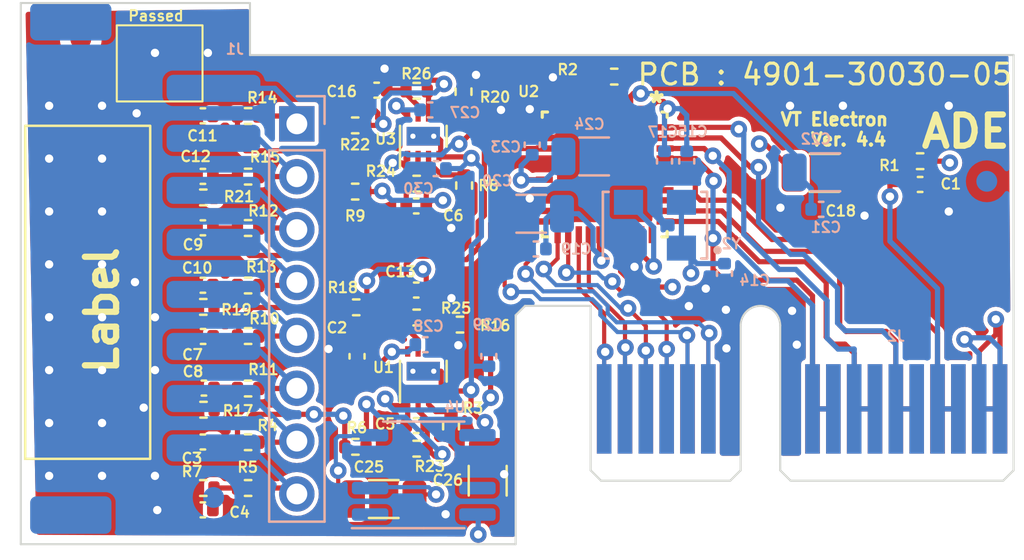
<source format=kicad_pcb>
(kicad_pcb (version 20240108) (generator "pcbnew") (generator_version "8.0")
  (layers (0 "F.Cu" signal) (1 "In1.Cu" signal) (2 "In2.Cu" signal) (31 "B.Cu" signal) (34 "B.Paste" user) (35 "F.Paste" user) (36 "B.SilkS" user "B.Silkscreen") (37 "F.SilkS" user "F.Silkscreen") (38 "B.Mask" user) (39 "F.Mask" user) (44 "Edge.Cuts" user))
  (net 0 "")
  (net 1 "GND")
  (net 2 "+3V3")
  (net 3 "/AVDDOUT")
  (net 4 "/DVDDOUT")
  (net 5 "/REF")
  (net 6 "/IRP")
  (net 7 "/ISP")
  (net 8 "/ITP")
  (net 9 "/INP")
  (net 10 "/UR+")
  (net 11 "/US+")
  (net 12 "/PM1")
  (net 13 "/RSP")
  (net 14 "/RSM")
  (net 15 "/RTP")
  (net 16 "/RTM")
  (net 17 "/RRP")
  (net 18 "/RRM")
  (net 19 "/RNP")
  (net 20 "/RNM")
  (net 21 "/UT+")
  (net 22 "/ADE_Reset")
  (net 23 "/O_IN")
  (net 24 "/O_OUT")
  (net 25 "/IRQ2")
  (net 26 "/IRQ1")
  (net 27 "Net-(U1A--)")
  (net 28 "Net-(U3A--)")
  (net 29 "Net-(U1B--)")
  (net 30 "/SCLK")
  (net 31 "/MISO")
  (net 32 "/MOSI")
  (net 33 "/SS")
  (net 34 "/READY")
  (net 35 "/RN")
  (net 36 "/RT")
  (net 37 "Net-(C4-Pad1)")
  (net 38 "Net-(U3B--)")
  (net 39 "Net-(U1A-+)")
  (net 40 "Net-(C8-Pad1)")
  (net 41 "Net-(C10-Pad1)")
  (net 42 "Net-(C12-Pad1)")
  (net 43 "Net-(U3A-+)")
  (net 44 "Net-(U1B-+)")
  (net 45 "/RS")
  (net 46 "/RR")
  (net 47 "Net-(U3B-+)")
  (net 51 "/UM")
  (net 52 "/C+")
  (net 53 "/UR-")
  (net 54 "/US-")
  (net 55 "/UT-")
  (net 56 "/C-")
  (footprint "Resistor_SMD:R_0402_1005Metric" (layer "F.Cu") (at -1 -27.39)
    (property "Reference" "R25")
    (property "Value" "137K")
  )
  (footprint "Resistor_SMD:R_0402_1005Metric" (layer "F.Cu") (at -3.9 -27.88 180)
    (property "Reference" "R18")
    (property "Value" "30K")
  )
  (footprint "Resistor_SMD:R_0402_1005Metric" (layer "F.Cu") (at -9.09 -19.2)
    (property "Reference" "R5")
    (property "Value" "0")
  )
  (footprint "Capacitor_SMD:C_0402_1005Metric" (layer "F.Cu") (at -11.26 -37.08 180)
    (property "Reference" "C11")
    (property "Value" "22n")
  )
  (footprint "Capacitor_SMD:C_0402_1005Metric" (layer "F.Cu") (at -1.02 -28.71)
    (property "Reference" "C13")
    (property "Value" "100n")
  )
  (footprint "Capacitor_SMD:C_0402_1005Metric" (layer "F.Cu") (at -11.26 -21.41 180)
    (property "Reference" "C3")
    (property "Value" "22n")
  )
  (footprint "Fiducial:Fiducial_1mm_Mask2mm" (layer "F.Cu") (at 25.781 -29.21)
    (property "Reference" "FID1" (hide yes))
    (property "Value" "Fiducial" (hide yes))
  )
  (footprint "Resistor_SMD:R_0402_1005Metric" (layer "F.Cu") (at -3.95 -33.44 180)
    (property "Reference" "R9")
    (property "Value" "30K")
  )
  (footprint "Capacitor_SMD:C_1206_3216Metric" (layer "F.Cu") (at 2.41 -19.55 90)
    (property "Reference" "C26")
    (property "Value" "10u" (hide yes))
  )
  (footprint "Resistor_SMD:R_0402_1005Metric" (layer "F.Cu") (at 1.25 -38.24 90)
    (property "Reference" "R20")
    (property "Value" "0")
  )
  (footprint "Capacitor_SMD:C_0402_1005Metric" (layer "F.Cu") (at -3.8608 -25.527 90)
    (property "Reference" "C2")
    (property "Value" "100n" (hide yes))
  )
  (footprint "Capacitor_SMD:C_0402_1005Metric" (layer "F.Cu") (at -11.25 -26.48 180)
    (property "Reference" "C7")
    (property "Value" "22n")
  )
  (footprint "Symbol:Eticheta" (layer "F.Cu") (at -16.7894 -28.6004 90)
    (property "Reference" "TP1" (hide yes))
    (property "Value" "Eticheta" (hide yes))
  )
  (footprint "Resistor_SMD:R_0402_1005Metric" (layer "F.Cu") (at -3.94 -21.18 180)
    (property "Reference" "R6")
    (property "Value" "30K")
  )
  (footprint "Resistor_SMD:R_0402_1005Metric" (layer "F.Cu") (at 23.1648 -34.8996)
    (property "Reference" "R1")
    (property "Value" "1k" (hide yes))
  )
  (footprint "Resistor_SMD:R_0402_1005Metric" (layer "F.Cu") (at 1.28 -33.73 -90)
    (property "Reference" "R8")
    (property "Value" "0")
  )
  (footprint "Capacitor_SMD:C_0402_1005Metric" (layer "F.Cu") (at -11.26 -18.15 180)
    (property "Reference" "C4")
    (property "Value" "DNP")
  )
  (footprint "Capacitor_SMD:C_0402_1005Metric" (layer "F.Cu") (at 23.1648 -33.782)
    (property "Reference" "C1")
    (property "Value" "22n")
  )
  (footprint "Fiducial:Fiducial_1mm_Mask2mm" (layer "F.Cu") (at -17.1196 -40.767)
    (property "Reference" "FID4" (hide yes))
    (property "Value" "Fiducial" (hide yes))
  )
  (footprint "Resistor_SMD:R_0402_1005Metric" (layer "F.Cu") (at -1 -38.28)
    (property "Reference" "R26")
    (property "Value" "137K")
  )
  (footprint "Capacitor_SMD:C_0402_1005Metric" (layer "F.Cu") (at -2.92 -38.31 180)
    (property "Reference" "C16")
    (property "Value" "100n")
  )
  (footprint "Resistor_SMD:R_0402_1005Metric" (layer "F.Cu") (at -9.09 -21.4)
    (property "Reference" "R4")
    (property "Value" "100")
  )
  (footprint "Capacitor_SMD:C_0402_1005Metric" (layer "F.Cu") (at -11.26 -34.17 180)
    (property "Reference" "C12")
    (property "Value" "DNP")
  )
  (footprint "Resistor_SMD:R_0402_1005Metric" (layer "F.Cu") (at -9.09 -23.98)
    (property "Reference" "R11")
    (property "Value" "0")
  )
  (footprint "Resistor_SMD:R_0402_1005Metric" (layer "F.Cu") (at -1 -33.82)
    (property "Reference" "R24")
    (property "Value" "137K")
  )
  (footprint "Resistor_SMD:R_0402_1005Metric" (layer "F.Cu") (at -9.09 -37.07)
    (property "Reference" "R14")
    (property "Value" "100")
  )
  (footprint "Resistor_SMD:R_0402_1005Metric" (layer "F.Cu") (at -1 -21.09)
    (property "Reference" "R23")
    (property "Value" "137K")
  )
  (footprint "Capacitor_SMD:C_1206_3216Metric" (layer "F.Cu") (at 18.5674 -34.3408)
    (property "Reference" "C18")
    (property "Value" "10u" (hide yes))
  )
  (footprint "Resistor_SMD:R_0402_1005Metric" (layer "F.Cu") (at -9.09 -26.5)
    (property "Reference" "R10")
    (property "Value" "100")
  )
  (footprint "Resistor_SMD:R_0402_1005Metric" (layer "F.Cu") (at -9.09 -34.16)
    (property "Reference" "R15")
    (property "Value" "0")
  )
  (footprint "Resistor_SMD:R_0402_1005Metric" (layer "F.Cu") (at -11.24 -33.16 180)
    (property "Reference" "R21")
    (property "Value" "0")
  )
  (footprint "Capacitor_SMD:C_0402_1005Metric" (layer "F.Cu") (at -1.02 -32.75)
    (property "Reference" "C6")
    (property "Value" "100n")
  )
  (footprint "Resistor_SMD:R_0402_1005Metric" (layer "F.Cu") (at -11.23 -22.96 180)
    (property "Reference" "R17")
    (property "Value" "0")
  )
  (footprint "Resistor_SMD:R_0402_1005Metric" (layer "F.Cu") (at -11.24 -19.2 180)
    (property "Reference" "R7")
    (property "Value" "0")
  )
  (footprint "Package_SON:WSON-8-1EP_2x2mm_P0.5mm_EP0.9x1.6mm_ThermalVias" (layer "F.Cu") (at -0.68 -36.1 90)
    (property "Reference" "U3")
    (property "Value" "TLV2186IDSGR" (hide yes))
  )
  (footprint "Capacitor_SMD:C_0402_1005Metric" (layer "F.Cu") (at -11.26 -31.7 180)
    (property "Reference" "C9")
    (property "Value" "22n")
  )
  (footprint "Capacitor_SMD:C_0402_1005Metric" (layer "F.Cu") (at -11.26 -28.94 180)
    (property "Reference" "C10")
    (property "Value" "DNP")
  )
  (footprint "Resistor_SMD:R_0402_1005Metric" (layer "F.Cu") (at 1.08 -27.05)
    (property "Reference" "R16")
    (property "Value" "0")
  )
  (footprint "Package_QFP:ADE9430" (layer "F.Cu") (at 8.0264 -34.2646 -90)
    (property "Reference" "U2")
    (property "Value" "ADE9430")
  )
  (footprint "Capacitor_SMD:C_0402_1005Metric" (layer "F.Cu") (at -1.02 -22.2)
    (property "Reference" "C5")
    (property "Value" "100n")
  )
  (footprint "Resistor_SMD:R_0402_1005Metric" (layer "F.Cu") (at -3.95 -36.62 180)
    (property "Reference" "R22")
    (property "Value" "30K")
  )
  (footprint "Resistor_SMD:R_0402_1005Metric" (layer "F.Cu") (at -9.09 -31.69)
    (property "Reference" "R12")
    (property "Value" "100")
  )
  (footprint "Package_SON:WSON-8-1EP_2x2mm_P0.5mm_EP0.9x1.6mm_ThermalVias" (layer "F.Cu") (at -0.68 -24.81 90)
    (property "Reference" "U1")
    (property "Value" "TLV2186IDSGR")
  )
  (footprint "Resistor_SMD:R_0402_1005Metric" (layer "F.Cu") (at 0.65 -22.17 -90)
    (property "Reference" "R3")
    (property "Value" "0")
  )
  (footprint "Resistor_SMD:R_0402_1005Metric" (layer "F.Cu") (at -11.24 -27.9 180)
    (property "Reference" "R19")
    (property "Value" "0")
  )
  (footprint "Resistor_SMD:R_0402_1005Metric" (layer "F.Cu") (at 8.4836 -38.9636 180)
    (property "Reference" "R2")
    (property "Value" "1k" (hide yes))
  )
  (footprint "Resistor_SMD:R_0402_1005Metric" (layer "F.Cu") (at -9.09 -28.93)
    (property "Reference" "R13")
    (property "Value" "0")
  )
  (footprint "Capacitor_SMD:C_1206_3216Metric" (layer "F.Cu") (at -2.58 -18.67 180)
    (property "Reference" "C25")
    (property "Value" "10u" (hide yes))
  )
  (footprint "Capacitor_SMD:C_0402_1005Metric" (layer "F.Cu") (at -11.21 -24 180)
    (property "Reference" "C8")
    (property "Value" "DNP")
  )
  (footprint "Fiducial:Fiducial_1mm_Mask2mm" (layer "B.Cu") (at -10.7442 -18.7452 180)
    (property "Reference" "FID3" (hide yes))
    (property "Value" "Fiducial" (hide yes))
  )
  (footprint "Capacitor_SMD:C_1206_3216Metric" (layer "B.Cu") (at 4.5 -32.375 180)
    (property "Reference" "C20")
    (property "Value" "10u")
  )
  (footprint "Oscillator:OSC_ECS-5032MV-245.7-BN-TR" (layer "B.Cu") (at 10.4375 -31.825 180)
    (property "Reference" "Y2")
    (property "Value" "ECS-5032MV-245.7-BN-TR")
  )
  (footprint "Connector_JST:A2501-SR08-XH8AWB" (layer "B.Cu") (at -14.35 -29.75 90)
    (property "Reference" "J1")
    (property "Value" "MUAS100-8-C-E")
  )
  (footprint "Capacitor_SMD:C_0402_1005Metric" (layer "B.Cu") (at 2.4638 -25.5296 -90)
    (property "Reference" "C29")
    (property "Value" "100n" (hide yes))
  )
  (footprint "Connector_PinHeader_2.54mm:PinHeader_1x08_P2.54mm_Vertical" (layer "B.Cu") (at -6.7502 -36.69298 180)
    (property "Reference" "J15" (hide yes))
    (property "Value" "MUAS100-8-C-E")
  )
  (footprint "Capacitor_SMD:C_0402_1005Metric" (layer "B.Cu") (at 4.5466 -35.687 90)
    (property "Reference" "C23")
    (property "Value" "100n")
  )
  (footprint "Capacitor_SMD:C_0402_1005Metric" (layer "B.Cu") (at 11.9634 -34.897 -90)
    (property "Reference" "C15")
    (property "Value" "100n")
  )
  (footprint "Capacitor_SMD:C_1206_3216Metric" (layer "B.Cu") (at 18.6182 -34.3662)
    (property "Reference" "C22")
    (property "Value" "10u")
  )
  (footprint "Connector_PCBEdge:BUS_PCIexpress_x1" (layer "B.Cu") (at 27 -23 180)
    (property "Reference" "J2")
    (property "Value" "Bus_PCI_Express_x1_MOD")
    (fp_line (start 19.65 4.95) (end 19.65 -2.95) (stroke (width 0.1)) (layer "Edge.Cuts"))
    (fp_line (start 19.65 -2.95) (end 19.15 -3.45) (stroke (width 0.1)) (layer "Edge.Cuts"))
    (fp_line (start 12.95 -3.45) (end 19.15 -3.45) (stroke (width 0.1)) (layer "Edge.Cuts"))
    (fp_line (start 12.45 4) (end 12.45 -2.95) (stroke (width 0.1)) (layer "Edge.Cuts"))
    (fp_line (start 12.45 -2.95) (end 12.95 -3.45) (stroke (width 0.1)) (layer "Edge.Cuts"))
    (fp_line (start 10.55 4) (end 10.55 -2.95) (stroke (width 0.1)) (layer "Edge.Cuts"))
    (fp_line (start 10.55 -2.95) (end 10.05 -3.45) (stroke (width 0.1)) (layer "Edge.Cuts"))
    (fp_line (start -0.15 -3.45) (end 10.05 -3.45) (stroke (width 0.1)) (layer "Edge.Cuts"))
    (fp_line (start -0.65 4.95) (end -0.65 -2.95) (stroke (width 0.1)) (layer "Edge.Cuts"))
    (fp_line (start -0.65 -2.95) (end -0.15 -3.45) (stroke (width 0.1)) (layer "Edge.Cuts"))
    (fp_arc (start 12.45 4) (mid 11.5 4.95) (end 10.55 4) (stroke (width 0.1)) (layer "Edge.Cuts"))
  )
  (footprint "Capacitor_SMD:C_0402_1005Metric" (layer "B.Cu") (at 10.8966 -34.897 -90)
    (property "Reference" "C17")
    (property "Value" "100n")
  )
  (footprint "Capacitor_SMD:C_0402_1005Metric" (layer "B.Cu") (at 13.775 -29.5 -90)
    (property "Reference" "C14")
    (property "Value" "100n")
  )
  (footprint "Capacitor_SMD:C_0402_1005Metric" (layer "B.Cu") (at -0.0762 -34.544)
    (property "Reference" "C30")
    (property "Value" "100n" (hide yes))
  )
  (footprint "Capacitor_SMD:C_0402_1005Metric" (layer "B.Cu") (at 4.7244 -30.6832 180)
    (property "Reference" "C19")
    (property "Value" "100n")
  )
  (footprint "Package_SO:SO-8_3.9x4.9mm_P1.27mm" (layer "B.Cu") (at -0.66 -19.83)
    (property "Reference" "U4")
    (property "Value" "MC7660DR2")
  )
  (footprint "Fiducial:Fiducial_1mm_Mask2mm" (layer "B.Cu") (at 26.3652 -33.9344 180)
    (property "Reference" "FID2" (hide yes))
    (property "Value" "Fiducial" (hide yes))
  )
  (footprint "Capacitor_SMD:C_0402_1005Metric" (layer "B.Cu") (at -0.5842 -26.0858 180)
    (property "Reference" "C28")
    (property "Value" "100n" (hide yes))
  )
  (footprint "Capacitor_SMD:C_0402_1005Metric" (layer "B.Cu") (at -0.353 -37.3634 180)
    (property "Reference" "C27")
    (property "Value" "100n" (hide yes))
  )
  (footprint "Capacitor_SMD:C_1206_3216Metric" (layer "B.Cu") (at 7.5184 -35.1282)
    (property "Reference" "C24")
    (property "Value" "10u")
  )
  (footprint "Capacitor_SMD:C_0402_1005Metric" (layer "B.Cu") (at 18.415 -32.5882)
    (property "Reference" "C21")
    (property "Value" "100n")
  )
  (gr_rect (start -15.3924 -41.4274) (end -11.2776 -37.7698) (stroke (width 0.1)) (fill none) (layer "F.SilkS"))
  (gr_line (start 3.8 -27.55) (end 4.2 -27.95) (stroke (width 0.1)) (layer "Edge.Cuts"))
  (gr_line (start -20 -42.5) (end -20 -16.5) (stroke (width 0.1)) (layer "Edge.Cuts"))
  (gr_line (start 27.65 -27.95) (end 27.65 -40) (stroke (width 0.1)) (layer "Edge.Cuts"))
  (gr_line (start -9 -42.5) (end -20 -42.5) (stroke (width 0.1)) (layer "Edge.Cuts"))
  (gr_line (start -20 -16.5) (end 3.75 -16.5) (stroke (width 0.1)) (layer "Edge.Cuts"))
  (gr_line (start -9 -40) (end 27.65 -40) (stroke (width 0.1)) (layer "Edge.Cuts"))
  (gr_line (start -9 -42.5) (end -9 -40) (stroke (width 0.1)) (layer "Edge.Cuts"))
  (gr_line (start 7.35 -27.95) (end 4.2 -27.95) (stroke (width 0.1)) (layer "Edge.Cuts"))
  (gr_line (start 3.75 -27.5) (end 3.75 -16.5) (stroke (width 0.1)) (layer "Edge.Cuts"))
  (gr_line (start 3.8 -27.55) (end 3.75 -27.5) (stroke (width 0.1)) (layer "Edge.Cuts"))
  (gr_text "PCB : 4901-30030-05" (at 18.5928 -39.0652 0) (layer "F.SilkS") (effects (font (size 1 1))))
  (gr_text "VT Electron \n  Ver. 4.4\n" (at 19.2786 -36.4236 0) (layer "F.SilkS") (effects (font (size 0.6 0.6))))
  (gr_text "*" (at 10.5156 -37.6682 0) (layer "F.SilkS") (effects (font (size 1 1) (thickness 0.2)) (justify mirror)))
  (gr_text "ADE" (at 25.3492 -36.322 0) (layer "F.SilkS") (effects (font (size 1.5 1.5) (thickness 0.3))))
  (gr_text "Passed" (at -13.5128 -41.8846 0) (layer "F.SilkS") (effects (font (size 0.5 0.5) (thickness 0.1))))
  (gr_text "Label" (at -16.1036 -27.7368 90) (layer "F.SilkS") (effects (font (size 1.5 1.5) (thickness 0.3))))
  (segment (start -3.9142 -26.0604) (end -3.8608 -26.007) (width 0.25) (layer "F.Cu") (net 1))
  (segment (start 0.39 -17.94) (end 2.275 -17.94) (width 0.25) (layer "F.Cu") (net 1))
  (segment (start 5.1308 -33.02) (end 4.4196 -33.02) (width 0.25) (layer "F.Cu") (net 1))
  (segment (start -5.23 -25.9612) (end -5.1308 -26.0604) (width 0.25) (layer "F.Cu") (net 1))
  (segment (start 1.38 -28.32) (end 0.67 -28.32) (width 0.25) (layer "F.Cu") (net 1))
  (segment (start -11.69 -24) (end -11.69 -23.01) (width 0.25) (layer "F.Cu") (net 1))
  (segment (start 9.271 -33.02) (end 8.0264 -34.2646) (width 0.25) (layer "F.Cu") (net 1))
  (segment (start -11.75 -33.16) (end -11.75 -34.16) (width 0.25) (layer "F.Cu") (net 1))
  (segment (start 4.4196 -33.102647) (end 4.428453 -33.1115) (width 0.25) (layer "F.Cu") (net 1))
  (segment (start -13.44 -18.15) (end -13.45 -18.14) (width 0.25) (layer "F.Cu") (net 1))
  (segment (start -11.73 -27.88) (end -11.75 -27.9) (width 0.25) (layer "F.Cu") (net 1))
  (segment (start 8.7884 -37.1602) (end 8.7884 -35.0266) (width 0.25) (layer "F.Cu") (net 1))
  (segment (start 6.7818 -37.986704) (end 6.7818 -37.1602) (width 0.25) (layer "F.Cu") (net 1))
  (segment (start 0.94 -18.49) (end 0.39 -17.94) (width 0.25) (layer "F.Cu") (net 1))
  (segment (start 1.69 -39.19) (end 1.85 -39.19) (width 0.25) (layer "F.Cu") (net 1))
  (segment (start 5.1308 -33.02) (end 6.7818 -33.02) (width 0.25) (layer "F.Cu") (net 1))
  (segment (start 6.2738 -36.0172) (end 8.0264 -34.2646) (width 0.25) (layer "F.Cu") (net 1))
  (segment (start 8.2804 -34.0106) (end 8.0264 -34.2646) (width 0.25) (layer "F.Cu") (net 1))
  (segment (start -11.74 -31.7) (end -11.74 -33.15) (width 0.25) (layer "F.Cu") (net 1))
  (segment (start 8.7884 -35.0266) (end 8.0264 -34.2646) (width 0.25) (layer "F.Cu") (net 1))
  (segment (start 9.457677 -29.842323) (end 9.271 -30.029) (width 0.25) (layer "F.Cu") (net 1))
  (segment (start -11.74 -34.17) (end -11.74 -37.08) (width 0.25) (layer "F.Cu") (net 1))
  (segment (start -14 -22.96) (end -14.1 -23.06) (width 0.25) (layer "F.Cu") (net 1))
  (segment (start -11.69 -23.01) (end -11.74 -22.96) (width 0.25) (layer "F.Cu") (net 1))
  (segment (start 1.28 -33.22) (end 1.28 -32.31) (width 0.25) (layer "F.Cu") (net 1))
  (segment (start 9.779 -36.0172) (end 8.0264 -34.2646) (width 0.25) (layer "F.Cu") (net 1))
  (segment (start 2.275 -17.94) (end 2.41 -18.075) (width 0.25) (layer "F.Cu") (net 1))
  (segment (start -11.74 -19.21) (end -11.75 -19.2) (width 0.25) (layer "F.Cu") (net 1))
  (segment (start 5.84 -38.93) (end 5.54 -38.93) (width 0.25) (layer "F.Cu") (net 1))
  (segment (start 1.59 -27.05) (end 1.59 -28.11) (width 0.25) (layer "F.Cu") (net 1))
  (segment (start 6.118504 -38.651496) (end 5.84 -38.93) (width 0.25) (layer "F.Cu") (net 1))
  (segment (start 14 -23) (end 14 -25.7764) (width 0.25) (layer "F.Cu") (net 1))
  (segment (start 17 -23) (end 17 -25.8392) (width 0.25) (layer "F.Cu") (net 1))
  (segment (start 1.59 -27.05) (end 1.59 -26.58) (width 0.25) (layer "F.Cu") (net 1))
  (segment (start -11.74 -22.96) (end -14 -22.96) (width 0.25) (layer "F.Cu") (net 1))
  (segment (start 0.94 -21) (end 0.94 -18.49) (width 0.25) (layer "F.Cu") (net 1))
  (segment (start 4.4196 -33.02) (end 4.4196 -33.102647) (width 0.25) (layer "F.Cu") (net 1))
  (segment (start 9.271 -31.369) (end 9.271 -33.02) (width 0.25) (layer "F.Cu") (net 1))
  (segment (start 8.7884 -37.1602) (end 8.7884 -38.7584) (width 0.25) (layer "F.Cu") (net 1))
  (segment (start 9.271 -30.029) (end 9.271 -31.369) (width 0.25) (layer "F.Cu") (net 1))
  (segment (start 5.1308 -33.5026) (end 7.2644 -33.5026) (width 0.25) (layer "F.Cu") (net 1))
  (segment (start 0.65 -21.66) (end 0.65 -21.287693) (width 0.25) (layer "F.Cu") (net 1))
  (segment (start 9.779 -37.1602) (end 9.779 -36.0172) (width 0.25) (layer "F.Cu") (net 1))
  (segment (start 8.7884 -38.7584) (end 8.9936 -38.9636) (width 0.25) (layer "F.Cu") (net 1))
  (segment (start 6.118504 -38.65) (end 6.118504 -38.651496) (width 0.25) (layer "F.Cu") (net 1))
  (segment (start 4.6698 -37.1602) (end 4.43 -37.4) (width 0.25) (layer "F.Cu") (net 1))
  (segment (start 17 -25.8392) (end 17.2466 -26.0858) (width 0.25) (layer "F.Cu") (net 1))
  (segment (start -11.69 -24) (end -11.69 -26.44) (width 0.25) (layer "F.Cu") (net 1))
  (segment (start -11.75 -27.9) (end -11.75 -28.93) (width 0.25) (layer "F.Cu") (net 1))
  (segment (start 5.1308 -34.5186) (end 7.7724 -34.5186) (width 0.25) (layer "F.Cu") (net 1))
  (segment (start -11.74 -37.08) (end -14.32 -37.08) (width 0.25) (layer "F.Cu") (net 1))
  (segment (start 1.85 -39.19) (end 1.85 -39.0455) (width 0.25) (layer "F.Cu") (net 1))
  (segment (start -11.69 -26.44) (end -11.73 -26.48) (width 0.25) (layer "F.Cu") (net 1))
  (segment (start 1.59 -28.11) (end 1.38 -28.32) (width 0.25) (layer "F.Cu") (net 1))
  (segment (start -11.75 -19.2) (end -11.75 -18.16) (width 0.25) (layer "F.Cu") (net 1))
  (segment (start 8.2804 -31.369) (end 8.2804 -34.0106) (width 0.25) (layer "F.Cu") (net 1))
  (segment (start 14 -25.7764) (end 13.8684 -25.908) (width 0.25) (layer "F.Cu") (net 1))
  (segment (start -11.74 -21.41) (end -11.74 -19.21) (width 0.25) (layer "F.Cu") (net 1))
  (segment (start 5.7658 -37.1602) (end 4.6698 -37.1602) (width 0.25) (layer "F.Cu") (net 1))
  (segment (start 1.59 -26.58) (end 1.07 -26.06) (width 0.25) (layer "F.Cu") (net 1))
  (segment (start -11.73 -26.48) (end -11.73 -27.88) (width 0.25) (layer "F.Cu") (net 1))
  (segment (start 0.937693 -21) (end 0.94 -21) (width 0.25) (layer "F.Cu") (net 1))
  (segment (start -11.75 -28.93) (end -11.74 -28.94) (width 0.25) (layer "F.Cu") (net 1))
  (segment (start 7.2644 -35.0266) (end 8.0264 -34.2646) (width 0.25) (layer "F.Cu") (net 1))
  (segment (start 6.7818 -33.02) (end 8.0264 -34.2646) (width 0.25) (layer "F.Cu") (net 1))
  (segment (start -11.75 -34.16) (end -11.74 -34.17) (width 0.25) (layer "F.Cu") (net 1))
  (segment (start -11.74 -33.15) (end -11.75 -33.16) (width 0.25) (layer "F.Cu") (net 1))
  (segment (start -11.74 -22.96) (end -11.74 -21.41) (width 0.25) (layer "F.Cu") (net 1))
  (segment (start 0.65 -21.287693) (end 0.937693 -21) (width 0.25) (layer "F.Cu") (net 1))
  (segment (start 6.118504 -38.65) (end 6.7818 -37.986704) (width 0.25) (layer "F.Cu") (net 1))
  (segment (start -11.75 -18.16) (end -11.74 -18.15) (width 0.25) (layer "F.Cu") (net 1))
  (segment (start 1.07 -26.06) (end 1.001 -26.06) (width 0.25) (layer "F.Cu") (net 1))
  (segment (start 7.7724 -34.5186) (end 8.0264 -34.2646) (width 0.25) (layer "F.Cu") (net 1))
  (segment (start 5.1308 -35.0266) (end 7.2644 -35.0266) (width 0.25) (layer "F.Cu") (net 1))
  (segment (start -14.37 -28.94) (end -14.52 -29.09) (width 0.25) (layer "F.Cu") (net 1))
  (segment (start 9.457677 -29.8255) (end 9.457677 -29.842323) (width 0.25) (layer "F.Cu") (net 1))
  (segment (start -11.74 -28.94) (end -11.74 -31.7) (width 0.25) (layer "F.Cu") (net 1))
  (segment (start 1.28 -32.31) (end 0.66 -31.69) (width 0.25) (layer "F.Cu") (net 1))
  (segment (start -5.1308 -26.0604) (end -3.9142 -26.0604) (width 0.25) (layer "F.Cu") (net 1))
  (segment (start 1.25 -38.75) (end 1.69 -39.19) (width 0.25) (layer "F.Cu") (net 1))
  (segment (start -11.74 -28.94) (end -14.37 -28.94) (width 0.25) (layer "F.Cu") (net 1))
  (segment (start -14.32 -37.08) (end -14.44 -37.2) (width 0.25) (layer "F.Cu") (net 1))
  (segment (start 5.1308 -36.0172) (end 6.2738 -36.0172) (width 0.25) (layer "F.Cu") (net 1))
  (segment (start -11.74 -18.15) (end -13.44 -18.15) (width 0.25) (layer "F.Cu") (net 1))
  (segment (start -5.23 -25.88) (end -5.23 -25.9612) (width 0.25) (layer "F.Cu") (net 1))
  (via (at 12.8778 -28.7782) (size 0.8) (drill 0.4) (layers "F.Cu" "B.Cu") (net 1))
  (via (at -16.1 -27.403599) (size 0.8) (drill 0.4) (layers "F.Cu" "B.Cu") (net 1))
  (via (at 3.048 -37.3634) (size 0.8) (drill 0.4) (layers "F.Cu" "B.Cu") (net 1))
  (via (at -18.64 -32.483599) (size 0.8) (drill 0.4) (layers "F.Cu" "B.Cu") (net 1))
  (via (at 12.065 -27.94) (size 0.8) (drill 0.4) (layers "F.Cu" "B.Cu") (net 1))
  (via (at 24.54 -32.483599) (size 0.8) (drill 0.4) (layers "F.Cu" "B.Cu") (net 1))
  (via (at -2.54 -39.3446) (size 0.8) (drill 0.4) (layers "F.Cu" "B.Cu") (net 1))
  (via (at -18.64 -24.863599) (size 0.8) (drill 0.4) (layers "F.Cu" "B.Cu") (net 1))
  (via (at 17.2466 -26.0858) (size 0.8) (drill 0.4) (layers "F.Cu" "B.Cu") (net 1))
  (via (at -18.64 -27.403599) (size 0.8) (drill 0.4) (layers "F.Cu" "B.Cu") (net 1))
  (via (at 19.46 -37.563599) (size 0.8) (drill 0.4) (layers "F.Cu" "B.Cu") (net 1))
  (via (at 4.43 -37.4) (size 0.8) (drill 0.4) (layers "F.Cu" "B.Cu") (net 1))
  (via (at 3.2004 -19.8628) (size 0.8) (drill 0.4) (layers "F.Cu" "B.Cu") (net 1))
  (via (at -14.44 -37.2) (size 0.8) (drill 0.4) (layers "F.Cu" "B.Cu") (net 1))
  (via (at 13.843 -27.7622) (size 0.8) (drill 0.4) (layers "F.Cu" "B.Cu") (net 1))
  (via (at -14.1 -23.06) (size 0.8) (drill 0.4) (layers "F.Cu" "B.Cu") (net 1))
  (via (at 4.428453 -33.1115) (size 0.8) (drill 0.4) (layers "F.Cu" "B.Cu") (net 1))
  (via (at 17.018 -27.7114) (size 0.8) (drill 0.4) (layers "F.Cu" "B.Cu") (net 1))
  (via (at -13.45 -18.14) (size 0.8) (drill 0.4) (layers "F.Cu" "B.Cu") (net 1))
  (via (at 16.92 -37.563599) (size 0.8) (drill 0.4) (layers "F.Cu" "B.Cu") (net 1))
  (via (at -18.64 -29.943599) (size 0.8) (drill 0.4) (layers "F.Cu" "B.Cu") (net 1))
  (via (at 0.39 -17.94) (size 0.8) (drill 0.4) (layers "F.Cu" "B.Cu") (net 1))
  (via (at 9.457677 -29.8255) (size 0.8) (drill 0.4) (layers "F.Cu" "B.Cu") (net 1))
  (via (at 16.4592 -32.6644) (size 0.8) (drill 0.4) (layers "F.Cu" "B.Cu") (net 1))
  (via (at 5.54 -38.93) (size 0.8) (drill 0.4) (layers "F.Cu" "B.Cu") (net 1))
  (via (at -13.56 -27.403599) (size 0.8) (drill 0.4) (layers "F.Cu" "B.Cu") (net 1))
  (via (at -16.1 -32.483599) (size 0.8) (drill 0.4) (layers "F.Cu" "B.Cu") (net 1))
  (via (at 13.8684 -25.908) (size 0.8) (drill 0.4) (layers "F.Cu" "B.Cu") (net 1))
  (via (at -18.64 -37.563599) (size 0.8) (drill 0.4) (layers "F.Cu" "B.Cu") (net 1))
  (via (at -18.64 -22.323599) (size 0.8) (drill 0.4) (layers "F.Cu" "B.Cu") (net 1))
  (via (at -16.1 -24.863599) (size 0.8) (drill 0.4) (layers "F.Cu" "B.Cu") (net 1))
  (via (at -18.64 -19.783599) (size 0.8) (drill 0.4) (layers "F.Cu" "B.Cu") (net 1))
  (via (at 1.001 -26.06) (size 0.8) (drill 0.4) (layers "F.Cu" "B.Cu") (net 1))
  (via (at -13.56 -24.863599) (size 0.8) (drill 0.4) (layers "F.Cu" "B.Cu") (net 1))
  (via (at -16.1 -22.323599) (size 0.8) (drill 0.4) (layers "F.Cu" "B.Cu") (net 1))
  (via (at 24.54 -37.563599) (size 0.8) (drill 0.4) (layers "F.Cu" "B.Cu") (net 1))
  (via (at 0.67 -28.32) (size 0.8) (drill 0.4) (layers "F.Cu" "B.Cu") (net 1))
  (via (at -16.1 -29.943599) (size 0.8) (drill 0.4) (layers "F.Cu" "B.Cu") (net 1))
  (via (at -5.23 -25.88) (size 0.8) (drill 0.4) (layers "F.Cu" "B.Cu") (net 1))
  (via (at 0.66 -31.69) (size 0.8) (drill 0.4) (layers "F.Cu" "B.Cu") (net 1))
  (via (at -13.56 -40.103599) (size 0.8) (drill 0.4) (layers "F.Cu" "B.Cu") (net 1))
  (via (at -18.64 -35.023599) (size 0.8) (drill 0.4) (layers "F.Cu" "B.Cu") (net 1))
  (via (at -16.1 -19.783599) (size 0.8) (drill 0.4) (layers "F.Cu" "B.Cu") (net 1))
  (via (at 1.85 -39.0455) (size 0.8) (drill 0.4) (layers "F.Cu" "B.Cu") (net 1))
  (via (at -11.02 -40.103599) (size 0.8) (drill 0.4) (layers "F.Cu" "B.Cu") (net 1))
  (via (at -13.56 -19.783599) (size 0.8) (drill 0.4) (layers "F.Cu" "B.Cu") (net 1))
  (via (at -16.1 -35.023599) (size 0.8) (drill 0.4) (layers "F.Cu" "B.Cu") (net 1))
  (via (at -16.1 -37.563599) (size 0.8) (drill 0.4) (layers "F.Cu" "B.Cu") (net 1))
  (via (at 20.4978 -32.2834) (size 0.8) (drill 0.4) (layers "F.Cu" "B.Cu") (net 1))
  (via (at -14.52 -29.09) (size 0.8) (drill 0.4) (layers "F.Cu" "B.Cu") (net 1))
  (segment (start 17 -25.8392) (end 17.2466 -26.0858) (width 0.25) (layer "B.Cu") (net 1))
  (segment (start 9.1675 -30.725) (end 9.1675 -30.115677) (width 0.25) (layer "B.Cu") (net 1))
  (segment (start 1.915 -20.465) (end 2.5982 -20.465) (width 0.25) (layer "B.Cu") (net 1))
  (segment (start 2.5982 -20.465) (end 3.2004 -19.8628) (width 0.25) (layer "B.Cu") (net 1))
  (segment (start 3.025 -32.375) (end 3.691953 -32.375) (width 0.25) (layer "B.Cu") (net 1))
  (segment (start 13.775 -29.02) (end 13.1196 -29.02) (width 0.25) (layer "B.Cu") (net 1))
  (segment (start 14 -23) (end 14 -25.7764) (width 0.25) (layer "B.Cu") (net 1))
  (segment (start 0.9752 -26.0858) (end 1.001 -26.06) (width 0.25) (layer "B.Cu") (net 1))
  (segment (start 14 -25.7764) (end 13.8684 -25.908) (width 0.25) (layer "B.Cu") (net 1))
  (segment (start 3.691953 -32.375) (end 4.428453 -33.1115) (width 0.25) (layer "B.Cu") (net 1))
  (segment (start -0.1042 -26.0858) (end 0.9752 -26.0858) (width 0.25) (layer "B.Cu") (net 1))
  (segment (start 17 -23) (end 17 -25.8392) (width 0.25) (layer "B.Cu") (net 1))
  (segment (start 13.1196 -29.02) (end 12.8778 -28.7782) (width 0.25) (layer "B.Cu") (net 1))
  (segment (start 9.1675 -30.925) (end 9.3 -30.925) (width 0.25) (layer "B.Cu") (net 1))
  (segment (start 10.287 -37.5412) (end 10.5156 -37.7698) (width 0.25) (layer "F.Cu") (net 2))
  (segment (start 26.797 -26.5684) (end 26.797 -27.305) (width 0.25) (layer "F.Cu") (net 2))
  (segment (start -1.43 -25.76) (end -2.17 -25.76) (width 0.25) (layer "F.Cu") (net 2))
  (segment (start 26 -23) (end 26 -25.7714) (width 0.25) (layer "F.Cu") (net 2))
  (segment (start 10.3656 -28.8544) (end 10.03 -29.19) (width 0.25) (layer "F.Cu") (net 2))
  (segment (start 11.2776 -28.8544) (end 10.3656 -28.8544) (width 0.25) (layer "F.Cu") (net 2))
  (segment (start -2.883 -25.047) (end -2.19 -25.74) (width 0.25) (layer "F.Cu") (net 2))
  (segment (start 10.8458 -37.7698) (end 11.05 -37.5656) (width 0.25) (layer "F.Cu") (net 2))
  (segment (start 23.6748 -34.8996) (end 24.511 -34.8996) (width 0.25) (layer "F.Cu") (net 2))
  (segment (start 10.287 -37.1602) (end 10.287 -37.5412) (width 0.25) (layer "F.Cu") (net 2))
  (segment (start 26 -25.7714) (end 26.797 -26.5684) (width 0.25) (layer "F.Cu") (net 2))
  (segment (start 10.03 -29.19) (end 9.21 -29.19) (width 0.25) (layer "F.Cu") (net 2))
  (segment (start 17.0924 -34.368) (end 15.8242 -35.6362) (width 0.25) (layer "F.Cu") (net 2))
  (segment (start 11.1408 -37.5158) (end 11.05 -37.425) (width 0.25) (layer "F.Cu") (net 2))
  (segment (start 26.797 -27.305) (end 27 -27.102) (width 0.25) (layer "F.Cu") (net 2))
  (segment (start -3.8608 -25.047) (end -2.883 -25.047) (width 0.25) (layer "F.Cu") (net 2))
  (segment (start 9.21 -29.19) (end 8.7884 -29.6116) (width 0.25) (layer "F.Cu") (net 2))
  (segment (start 8.7884 -29.6116) (end 8.7884 -31.369) (width 0.25) (layer "F.Cu") (net 2))
  (segment (start 10.5156 -37.7698) (end 10.8458 -37.7698) (width 0.25) (layer "F.Cu") (net 2))
  (segment (start 26 -23) (end 27 -23) (width 0.25) (layer "F.Cu") (net 2))
  (segment (start 27 -27.102) (end 27 -23.55) (width 0.25) (layer "F.Cu") (net 2))
  (segment (start 17.0924 -34.3408) (end 17.0924 -34.368) (width 0.25) (layer "F.Cu") (net 2))
  (segment (start -1.9755 -37.553372) (end -1.933372 -37.553372) (width 0.25) (layer "F.Cu") (net 2))
  (segment (start 15.7226 -35.7378) (end 15.4432 -35.7378) (width 0.25) (layer "F.Cu") (net 2))
  (segment (start -2.17 -25.76) (end -2.19 -25.74) (width 0.25) (layer "F.Cu") (net 2))
  (segment (start -1.933372 -37.553372) (end -1.43 -37.05) (width 0.25) (layer "F.Cu") (net 2))
  (segment (start 24.511 -34.8996) (end 24.5872 -34.8234) (width 0.25) (layer "F.Cu") (net 2))
  (segment (start 15.8242 -35.6362) (end 15.7226 -35.7378) (width 0.25) (layer "F.Cu") (net 2))
  (segment (start 11.05 -37.5656) (end 11.05 -37.425) (width 0.25) (layer "F.Cu") (net 2))
  (via (at 1.9558 -16.9672) (size 0.8) (drill 0.4) (layers "F.Cu" "B.Cu") (net 2))
  (via (at 26.797 -27.305) (size 0.8) (drill 0.4) (layers "F.Cu" "B.Cu") (net 2))
  (via (at 25.2984 -26.3398) (size 0.8) (drill 0.4) (layers "F.Cu" "B.Cu") (net 2))
  (via (at 11.05 -37.425) (size 0.8) (drill 0.4) (layers "F.Cu" "B.Cu") (net 2))
  (via (at 15.4432 -35.7378) (size 0.8) (drill 0.4) (layers "F.Cu" "B.Cu") (net 2))
  (via (at 24.5872 -34.8234) (size 0.8) (drill 0.4) (layers "F.Cu" "B.Cu") (net 2))
  (via (at 11.2776 -28.8544) (size 0.8) (drill 0.4) (layers "F.Cu" "B.Cu") (net 2))
  (via (at -2.19 -25.74) (size 0.8) (drill 0.4) (layers "F.Cu" "B.Cu") (net 2))
  (via (at 12.1666 -29.5148) (size 0.8) (drill 0.4) (layers "F.Cu" "B.Cu") (net 2))
  (via (at -1.9755 -37.553372) (size 0.8) (drill 0.4) (layers "F.Cu" "B.Cu") (net 2))
  (segment (start 12.1666 -29.5148) (end 12.1666 -30.2659) (width 0.25) (layer "B.Cu") (net 2))
  (segment (start -1.41 -25.74) (end -1.0642 -26.0858) (width 0.25) (layer "B.Cu") (net 2))
  (segment (start 10.8966 -37.2716) (end 10.8966 -35.377) (width 0.25) (layer "B.Cu") (net 2))
  (segment (start 26.4922 -26.416) (end 25.3746 -26.416) (width 0.25) (layer "B.Cu") (net 2))
  (segment (start 26 -23) (end 26 -25.6382) (width 0.25) (layer "B.Cu") (net 2))
  (segment (start 1.9558 -17.8842) (end 1.915 -17.925) (width 0.25) (layer "B.Cu") (net 2))
  (segment (start 11.7075 -32.925) (end 11.7075 -30.725) (width 0.25) (layer "B.Cu") (net 2))
  (segment (start 11.05 -37.425) (end 10.8966 -37.2716) (width 0.25) (layer "B.Cu") (net 2))
  (segment (start 11.05 -37.425) (end 11.6478 -37.425) (width 0.25) (layer "B.Cu") (net 2))
  (segment (start 1.9558 -16.9672) (end 1.9558 -17.8842) (width 0.25) (layer "B.Cu") (net 2))
  (segment (start -2.19 -25.74) (end -1.41 -25.74) (width 0.25) (layer "B.Cu") (net 2))
  (segment (start 27 -25.9082) (end 26.4922 -26.416) (width 0.25) (layer "B.Cu") (net 2))
  (segment (start -1.785528 -37.3634) (end -1.9755 -37.553372) (width 0.25) (layer "B.Cu") (net 2))
  (segment (start 12.4525 -29.98) (end 11.7075 -30.725) (width 0.25) (layer "B.Cu") (net 2))
  (segment (start 25.3746 -26.416) (end 25.2984 -26.3398) (width 0.25) (layer "B.Cu") (net 2))
  (segment (start 27 -23) (end 27 -25.9082) (width 0.25) (layer "B.Cu") (net 2))
  (segment (start 1.915 -17.925) (end 1.915 -17.895) (width 0.25) (layer "B.Cu") (net 2))
  (segment (start 27 -23) (end 26 -23) (width 0.25) (layer "B.Cu") (net 2))
  (segment (start 26 -25.6382) (end 25.2984 -26.3398) (width 0.25) (layer "B.Cu") (net 2))
  (segment (start 13.775 -29.98) (end 12.4525 -29.98) (width 0.25) (layer "B.Cu") (net 2))
  (segment (start 12.1666 -30.2659) (end 11.7075 -30.725) (width 0.25) (layer "B.Cu") (net 2))
  (segment (start -0.833 -37.3634) (end -1.785528 -37.3634) (width 0.25) (layer "B.Cu") (net 2))
  (segment (start 11.9634 -37.1094) (end 11.9634 -35.377) (width 0.25) (layer "B.Cu") (net 2))
  (segment (start 11.6478 -37.425) (end 11.9634 -37.1094) (width 0.25) (layer "B.Cu") (net 2))
  (segment (start 7.7724 -31.369) (end 7.7724 -30.1752) (width 0.25) (layer "F.Cu") (net 3))
  (segment (start 7.7724 -30.1752) (end 7.8232 -30.1244) (width 0.25) (layer "F.Cu") (net 3))
  (segment (start 7.8232 -30.1244) (end 7.8639 -30.1244) (width 0.25) (layer "F.Cu") (net 3))
  (via (at 7.8639 -30.1244) (size 0.8) (drill 0.4) (layers "F.Cu" "B.Cu") (net 3))
  (segment (start 5.451 -32.375) (end 5.975 -32.375) (width 0.25) (layer "B.Cu") (net 3))
  (segment (start 6.7664 -32.375) (end 5.975 -32.375) (width 0.25) (layer "B.Cu") (net 3))
  (segment (start 7.4676 -31.6738) (end 6.7664 -32.375) (width 0.25) (layer "B.Cu") (net 3))
  (segment (start 5.2044 -32.1284) (end 5.451 -32.375) (width 0.25) (layer "B.Cu") (net 3))
  (segment (start 7.8639 -30.2869) (end 7.4676 -30.6832) (width 0.25) (layer "B.Cu") (net 3))
  (segment (start 5.2044 -30.6832) (end 5.2044 -32.1284) (width 0.25) (layer "B.Cu") (net 3))
  (segment (start 7.4676 -30.6832) (end 7.4676 -31.6738) (width 0.25) (layer "B.Cu") (net 3))
  (segment (start 7.8639 -30.1244) (end 7.8639 -30.2869) (width 0.25) (layer "B.Cu") (net 3))
  (segment (start 9.398 -38.1508) (end 9.7536 -38.1508) (width 0.25) (layer "F.Cu") (net 4))
  (segment (start 9.271 -38.0238) (end 9.271 -37.1602) (width 0.25) (layer "F.Cu") (net 4))
  (segment (start 9.271 -38.0238) (end 9.398 -38.1508) (width 0.25) (layer "F.Cu") (net 4))
  (via (at 9.7536 -38.1508) (size 0.8) (drill 0.4) (layers "F.Cu" "B.Cu") (net 4))
  (segment (start 17.935 -32.5882) (end 17.935 -33.5744) (width 0.25) (layer "B.Cu") (net 4))
  (segment (start 17.935 -33.5744) (end 17.1432 -34.3662) (width 0.25) (layer "B.Cu") (net 4))
  (segment (start 17.1432 -35.2062) (end 17.1432 -34.3662) (width 0.25) (layer "B.Cu") (net 4))
  (segment (start 14.1986 -38.1508) (end 17.1432 -35.2062) (width 0.25) (layer "B.Cu") (net 4))
  (segment (start 9.7536 -38.1508) (end 14.1986 -38.1508) (width 0.25) (layer "B.Cu") (net 4))
  (segment (start 4.0386 -34.0106) (end 4.0132 -33.9852) (width 0.25) (layer "F.Cu") (net 5))
  (segment (start 5.1308 -34.0106) (end 4.0386 -34.0106) (width 0.25) (layer "F.Cu") (net 5))
  (via (at 4.0132 -33.9852) (size 0.8) (drill 0.4) (layers "F.Cu" "B.Cu") (net 5))
  (segment (start 5.1562 -33.9852) (end 6.0434 -34.8724) (width 0.25) (layer "B.Cu") (net 5))
  (segment (start 6.0434 -34.8724) (end 6.0434 -35.1282) (width 0.25) (layer "B.Cu") (net 5))
  (segment (start 4.0132 -33.9852) (end 4.0132 -34.6736) (width 0.25) (layer "B.Cu") (net 5))
  (segment (start 4.0132 -34.6736) (end 4.5466 -35.207) (width 0.25) (layer "B.Cu") (net 5))
  (segment (start 4.0132 -33.9852) (end 5.1562 -33.9852) (width 0.25) (layer "B.Cu") (net 5))
  (segment (start 6.29 -39.67) (end 0.29 -39.67) (width 0.25) (layer "F.Cu") (net 6))
  (segment (start -0.93 -37.56) (end -1.51 -38.14) (width 0.25) (layer "F.Cu") (net 6))
  (segment (start 6.4514 -38.8114) (end 6.4514 -39.5086) (width 0.25) (layer "F.Cu") (net 6))
  (segment (start -1.03 -39.27) (end -1.51 -38.79) (width 0.25) (layer "F.Cu") (net 6))
  (segment (start 0.29 -39.67) (end -0.11 -39.27) (width 0.25) (layer "F.Cu") (net 6))
  (segment (start 6.4514 -39.5086) (end 6.29 -39.67) (width 0.25) (layer "F.Cu") (net 6))
  (segment (start -1.51 -38.79) (end -1.51 -38.28) (width 0.25) (layer "F.Cu") (net 6))
  (segment (start -0.93 -37.05) (end -0.93 -37.56) (width 0.25) (layer "F.Cu") (net 6))
  (segment (start -1.54 -38.31) (end -1.51 -38.28) (width 0.25) (layer "F.Cu") (net 6))
  (segment (start 7.2644 -37.9984) (end 6.4514 -38.8114) (width 0.25) (layer "F.Cu") (net 6))
  (segment (start 7.2644 -37.1602) (end 7.2644 -37.9984) (width 0.25) (layer "F.Cu") (net 6))
  (segment (start -1.51 -38.14) (end -1.51 -38.28) (width 0.25) (layer "F.Cu") (net 6))
  (segment (start -2.44 -38.31) (end -1.54 -38.31) (width 0.25) (layer "F.Cu") (net 6))
  (segment (start -0.11 -39.27) (end -1.03 -39.27) (width 0.25) (layer "F.Cu") (net 6))
  (segment (start 2.032 -36.680076) (end 2.032 -37.7444) (width 0.25) (layer "F.Cu") (net 7))
  (segment (start -1.5 -32.75) (end -1.5 -33.81) (width 0.25) (layer "F.Cu") (net 7))
  (segment (start 2.032 -37.7444) (end 2.4376 -38.15) (width 0.25) (layer "F.Cu") (net 7))
  (segment (start 1.1 -35.748076) (end 2.032 -36.680076) (width 0.25) (layer "F.Cu") (net 7))
  (segment (start 1.04 -35.73) (end 1.058076 -35.748076) (width 0.25) (layer "F.Cu") (net 7))
  (segment (start -1.51 -35.07) (end -1.43 -35.15) (width 0.25) (layer "F.Cu") (net 7))
  (segment (start -1.51 -33.82) (end -1.51 -34.6) (width 0.25) (layer "F.Cu") (net 7))
  (segment (start 1.058076 -35.748076) (end 1.1 -35.748076) (width 0.25) (layer "F.Cu") (net 7))
  (segment (start -1.73 -34.82) (end -1.51 -34.6) (width 0.25) (layer "F.Cu") (net 7))
  (segment (start 6.124208 -38.15) (end 6.2738 -38.000408) (width 0.25) (layer "F.Cu") (net 7))
  (segment (start -1.5 -33.81) (end -1.51 -33.82) (width 0.25) (layer "F.Cu") (net 7))
  (segment (start -2.15 -34.82) (end -1.73 -34.82) (width 0.25) (layer "F.Cu") (net 7))
  (segment (start 2.4376 -38.15) (end 6.124208 -38.15) (width 0.25) (layer "F.Cu") (net 7))
  (segment (start 6.2738 -38.000408) (end 6.2738 -37.1602) (width 0.25) (layer "F.Cu") (net 7))
  (segment (start -1.51 -34.6) (end -1.51 -35.07) (width 0.25) (layer "F.Cu") (net 7))
  (via (at 1.04 -35.73) (size 0.8) (drill 0.4) (layers "F.Cu" "B.Cu") (net 7))
  (via (at -2.15 -34.82) (size 0.8) (drill 0.4) (layers "F.Cu" "B.Cu") (net 7))
  (segment (start 1.04 -35.73) (end 0.7288 -35.73) (width 0.25) (layer "B.Cu") (net 7))
  (segment (start -1.4224 -35.2044) (end -1.4732 -35.2552) (width 0.25) (layer "B.Cu") (net 7))
  (segment (start -1.7148 -35.2552) (end -2.15 -34.82) (width 0.25) (layer "B.Cu") (net 7))
  (segment (start -1.4732 -35.2552) (end -1.7148 -35.2552) (width 0.25) (layer "B.Cu") (net 7))
  (segment (start 0.7288 -35.73) (end 0.2032 -35.2044) (width 0.25) (layer "B.Cu") (net 7))
  (segment (start 0.2032 -35.2044) (end -1.4224 -35.2044) (width 0.25) (layer "B.Cu") (net 7))
  (segment (start -0.93 -26.32) (end -1.53 -26.92) (width 0.25) (layer "F.Cu") (net 8))
  (segment (start -1.51 -28.7) (end -1.5 -28.71) (width 0.25) (layer "F.Cu") (net 8))
  (segment (start 5.1308 -36.5252) (end 2.9752 -36.5252) (width 0.25) (layer "F.Cu") (net 8))
  (segment (start 2.25 -32.29) (end 1.95 -31.99) (width 0.25) (layer "F.Cu") (net 8))
  (segment (start 0.445489 -30.334511) (end -1.115489 -30.334511) (width 0.25) (layer "F.Cu") (net 8))
  (segment (start 0.61 -30.17) (end 0.445489 -30.334511) (width 0.25) (layer "F.Cu") (net 8))
  (segment (start -1.51 -27.39) (end -1.51 -28.7) (width 0.25) (layer "F.Cu") (net 8))
  (segment (start -1.115489 -30.334511) (end -1.5 -29.95) (width 0.25) (layer "F.Cu") (net 8))
  (segment (start 1.95 -30.73) (end 1.39 -30.17) (width 0.25) (layer "F.Cu") (net 8))
  (segment (start -1.53 -27.37) (end -1.51 -27.39) (width 0.25) (layer "F.Cu") (net 8))
  (segment (start 2.25 -35.8) (end 2.25 -32.29) (width 0.25) (layer "F.Cu") (net 8))
  (segment (start -1.53 -26.92) (end -1.53 -27.37) (width 0.25) (layer "F.Cu") (net 8))
  (segment (start -0.93 -25.76) (end -0.93 -26.32) (width 0.25) (layer "F.Cu") (net 8))
  (segment (start 1.95 -31.99) (end 1.95 -30.73) (width 0.25) (layer "F.Cu") (net 8))
  (segment (start -1.5 -29.95) (end -1.5 -28.71) (width 0.25) (layer "F.Cu") (net 8))
  (segment (start 1.39 -30.17) (end 0.61 -30.17) (width 0.25) (layer "F.Cu") (net 8))
  (segment (start 2.9752 -36.5252) (end 2.25 -35.8) (width 0.25) (layer "F.Cu") (net 8))
  (segment (start 2.95 -32.3) (end 2.55 -31.9) (width 0.25) (layer "F.Cu") (net 9))
  (segment (start 2.55 -31.9) (end 2.55 -23.54) (width 0.25) (layer "F.Cu") (net 9))
  (segment (start -1.43 -23.16) (end -2.19 -23.16) (width 0.25) (layer "F.Cu") (net 9))
  (segment (start -1.43 -23.86) (end -1.43 -23.16) (width 0.25) (layer "F.Cu") (net 9))
  (segment (start 5.1308 -35.5092) (end 3.5092 -35.5092) (width 0.25) (layer "F.Cu") (net 9))
  (segment (start -1.5 -22.2) (end -1.5 -21.1) (width 0.25) (layer "F.Cu") (net 9))
  (segment (start -2.19 -23.16) (end -2.51 -23.48) (width 0.25) (layer "F.Cu") (net 9))
  (segment (start 2.95 -34.95) (end 2.95 -32.3) (width 0.25) (layer "F.Cu") (net 9))
  (segment (start 3.5092 -35.5092) (end 2.95 -34.95) (width 0.25) (layer "F.Cu") (net 9))
  (segment (start -1.43 -22.27) (end -1.5 -22.2) (width 0.25) (layer "F.Cu") (net 9))
  (segment (start -1.43 -23.16) (end -1.43 -22.27) (width 0.25) (layer "F.Cu") (net 9))
  (segment (start -1.5 -21.1) (end -1.51 -21.09) (width 0.25) (layer "F.Cu") (net 9))
  (via (at 2.55 -23.54) (size 0.8) (drill 0.4) (layers "F.Cu" "B.Cu") (net 9))
  (via (at -2.51 -23.48) (size 0.8) (drill 0.4) (layers "F.Cu" "B.Cu") (net 9))
  (segment (start -2.51 -23.36) (end -2.1 -22.95) (width 0.25) (layer "B.Cu") (net 9))
  (segment (start -2.1 -22.95) (end 2.08 -22.95) (width 0.25) (layer "B.Cu") (net 9))
  (segment (start 2.08 -22.95) (end 2.55 -23.42) (width 0.25) (layer "B.Cu") (net 9))
  (segment (start -2.51 -23.48) (end -2.51 -23.36) (width 0.25) (layer "B.Cu") (net 9))
  (segment (start 2.55 -23.42) (end 2.55 -23.54) (width 0.25) (layer "B.Cu") (net 9))
  (segment (start 3.2258 -28.91822) (end 3.52402 -28.62) (width 0.2) (layer "F.Cu") (net 10))
  (segment (start 12 -26.51) (end 11.97 -26.54) (width 0.2) (layer "F.Cu") (net 10))
  (segment (start 4.3688 -32.512) (end 3.2766 -31.4198) (width 0.2) (layer "F.Cu") (net 10))
  (segment (start 5.1308 -32.512) (end 4.3688 -32.512) (width 0.2) (layer "F.Cu") (net 10))
  (segment (start 3.2258 -31.4198) (end 3.2258 -28.91822) (width 0.2) (layer "F.Cu") (net 10))
  (segment (start 12 -23) (end 12 -26.51) (width 0.2) (layer "F.Cu") (net 10))
  (segment (start 3.2766 -31.4198) (end 3.2258 -31.4198) (width 0.2) (layer "F.Cu") (net 10))
  (via (at 11.97 -26.54) (size 0.8) (drill 0.4) (layers "F.Cu" "B.Cu") (net 10))
  (via (at 3.52402 -28.62) (size 0.8) (drill 0.4) (layers "F.Cu" "B.Cu") (net 10))
  (segment (start 4.95 -28.27) (end 7.426414 -28.27) (width 0.2) (layer "B.Cu") (net 10))
  (segment (start 8.64 -26.69) (end 7.818207 -27.511793) (width 0.2) (layer "B.Cu") (net 10))
  (segment (start 12 -26.51) (end 11.97 -26.54) (width 0.2) (layer "B.Cu") (net 10))
  (segment (start 3.52402 -28.62) (end 4.6 -28.62) (width 0.2) (layer "B.Cu") (net 10))
  (segment (start 11.97 -26.54) (end 11.82 -26.69) (width 0.2) (layer "B.Cu") (net 10))
  (segment (start 4.6 -28.62) (end 4.95 -28.27) (width 0.2) (layer "B.Cu") (net 10))
  (segment (start 11.82 -26.69) (end 8.64 -26.69) (width 0.2) (layer "B.Cu") (net 10))
  (segment (start 7.818207 -27.511793) (end 7.818207 -27.878207) (width 0.2) (layer "B.Cu") (net 10))
  (segment (start 12 -23) (end 12 -26.51) (width 0.2) (layer "B.Cu") (net 10))
  (segment (start 7.426414 -28.27) (end 7.818207 -27.878207) (width 0.2) (layer "B.Cu") (net 10))
  (segment (start 5.7658 -30.2258) (end 5.27 -29.73) (width 0.2) (layer "F.Cu") (net 11))
  (segment (start 5.27 -29.72) (end 5.1 -29.72) (width 0.2) (layer "F.Cu") (net 11))
  (segment (start 5.7658 -31.369) (end 5.7658 -30.2258) (width 0.2) (layer "F.Cu") (net 11))
  (segment (start 5.27 -29.73) (end 5.27 -29.72) (width 0.2) (layer "F.Cu") (net 11))
  (segment (start 9.143911 -27.833911) (end 10 -26.977822) (width 0.2) (layer "F.Cu") (net 11))
  (segment (start 10 -26.977822) (end 10 -23) (width 0.2) (layer "F.Cu") (net 11))
  (via (at 10 -25.8) (size 0.8) (drill 0.4) (layers "F.Cu" "B.Cu") (net 11))
  (via (at 9.143911 -27.833911) (size 0.8) (drill 0.4) (layers "F.Cu" "B.Cu") (net 11))
  (via (at 5.1 -29.72) (size 0.8) (drill 0.4) (layers "F.Cu" "B.Cu") (net 11))
  (segment (start 5.1 -29.54) (end 5.1 -29.72) (width 0.2) (layer "B.Cu") (net 11))
  (segment (start 9.143911 -27.833911) (end 8.786089 -27.833911) (width 0.2) (layer "B.Cu") (net 11))
  (segment (start 8.786089 -27.833911) (end 7.673311 -28.946689) (width 0.2) (layer "B.Cu") (net 11))
  (segment (start 7.673311 -28.946689) (end 5.693311 -28.946689) (width 0.2) (layer "B.Cu") (net 11))
  (segment (start 10 -23) (end 10 -25.8) (width 0.2) (layer "B.Cu") (net 11))
  (segment (start 5.693311 -28.946689) (end 5.1 -29.54) (width 0.2) (layer "B.Cu") (net 11))
  (segment (start 8.2804 -38.6568) (end 7.9736 -38.9636) (width 0.25) (layer "F.Cu") (net 12))
  (segment (start 8.2804 -37.1602) (end 8.2804 -38.6568) (width 0.25) (layer "F.Cu") (net 12))
  (segment (start -6.82722 -31.69) (end -6.7502 -31.61298) (width 0.25) (layer "F.Cu") (net 13))
  (segment (start -8.58 -31.69) (end -6.82722 -31.69) (width 0.25) (layer "F.Cu") (net 13))
  (segment (start -6.7502 -31.61298) (end -8.63722 -33.5) (width 0.25) (layer "B.Cu") (net 13))
  (segment (start -8.58 -28.93) (end -6.89318 -28.93) (width 0.25) (layer "F.Cu") (net 14))
  (segment (start -6.89318 -28.93) (end -6.7502 -29.07298) (width 0.25) (layer "F.Cu") (net 14))
  (segment (start -6.7502 -29.07298) (end -8.67722 -31) (width 0.25) (layer "B.Cu") (net 14))
  (segment (start -6.78318 -26.5) (end -6.7502 -26.53298) (width 0.25) (layer "F.Cu") (net 15))
  (segment (start -8.58 -26.5) (end -6.78318 -26.5) (width 0.25) (layer "F.Cu") (net 15))
  (segment (start -6.7502 -26.53298) (end -8.71722 -28.5) (width 0.25) (layer "B.Cu") (net 15))
  (segment (start -6.76318 -23.98) (end -6.7502 -23.99298) (width 0.25) (layer "F.Cu") (net 16))
  (segment (start -8.58 -23.98) (end -6.76318 -23.98) (width 0.25) (layer "F.Cu") (net 16))
  (segment (start -6.7502 -23.99298) (end -8.75722 -26) (width 0.25) (layer "B.Cu") (net 16))
  (segment (start -7.12722 -37.07) (end -6.7502 -36.69298) (width 0.25) (layer "F.Cu") (net 17))
  (segment (start -8.58 -37.07) (end -7.12722 -37.07) (width 0.25) (layer "F.Cu") (net 17))
  (segment (start -6.7502 -37.3502) (end -7.8 -38.4) (width 0.25) (layer "B.Cu") (net 17))
  (segment (start -7.8 -38.4) (end -10.75 -38.4) (width 0.25) (layer "B.Cu") (net 17))
  (segment (start -6.7502 -36.69298) (end -6.7502 -37.3502) (width 0.25) (layer "B.Cu") (net 17))
  (segment (start -8.58 -34.16) (end -6.75722 -34.16) (width 0.25) (layer "F.Cu") (net 18))
  (segment (start -6.75722 -34.16) (end -6.7502 -34.15298) (width 0.25) (layer "F.Cu") (net 18))
  (segment (start -8.37 -35.78) (end -8.37 -35.77278) (width 0.25) (layer "B.Cu") (net 18))
  (segment (start -8.37 -35.77278) (end -6.7502 -34.15298) (width 0.25) (layer "B.Cu") (net 18))
  (segment (start -8.59 -36) (end -8.37 -35.78) (width 0.25) (layer "B.Cu") (net 18))
  (segment (start -10.75 -36) (end -8.59 -36) (width 0.25) (layer "B.Cu") (net 18))
  (segment (start -8.58 -21.4) (end -6.80318 -21.4) (width 0.25) (layer "F.Cu") (net 19))
  (segment (start -6.80318 -21.4) (end -6.7502 -21.45298) (width 0.25) (layer "F.Cu") (net 19))
  (segment (start -6.7502 -21.45298) (end -8.79722 -23.5) (width 0.25) (layer "B.Cu") (net 19))
  (segment (start -7.03722 -19.2) (end -6.7502 -18.91298) (width 0.25) (layer "F.Cu") (net 20))
  (segment (start -8.58 -19.2) (end -7.03722 -19.2) (width 0.25) (layer "F.Cu") (net 20))
  (segment (start -6.7502 -18.91298) (end -8.96222 -21.125) (width 0.25) (layer "B.Cu") (net 20))
  (segment (start 8 -27.59) (end 6.7818 -28.8082) (width 0.2) (layer "F.Cu") (net 21))
  (segment (start 8 -23) (end 8 -27.59) (width 0.2) (layer "F.Cu") (net 21))
  (segment (start 6.7818 -28.8082) (end 6.7818 -31.369) (width 0.2) (layer "F.Cu") (net 21))
  (via (at 8.05 -25.74) (size 0.8) (drill 0.4) (layers "F.Cu" "B.Cu") (net 21))
  (segment (start 8 -23) (end 8 -25.69) (width 0.2) (layer "B.Cu") (net 21))
  (segment (start 8 -25.69) (end 8.05 -25.74) (width 0.2) (layer "B.Cu") (net 21))
  (segment (start 21.717 -36.0934) (end 21.717 -35.0012) (width 0.25) (layer "F.Cu") (net 22))
  (segment (start 22.6848 -33.782) (end 21.717 -33.782) (width 0.25) (layer "F.Cu") (net 22))
  (segment (start 21.158189 -39.649411) (end 21.717 -39.0906) (width 0.25) (layer "F.Cu") (net 22))
  (segment (start 6.985 -38.862) (end 6.985 -39.243) (width 0.25) (layer "F.Cu") (net 22))
  (segment (start 7.7724 -37.1602) (end 7.7724 -38.0746) (width 0.25) (layer "F.Cu") (net 22))
  (segment (start 21.717 -39.0906) (end 21.717 -36.0934) (width 0.25) (layer "F.Cu") (net 22))
  (segment (start 6.985 -39.243) (end 6.993 -39.243) (width 0.25) (layer "F.Cu") (net 22))
  (segment (start 21.717 -33.782) (end 21.717 -33.1978) (width 0.25) (layer "F.Cu") (net 22))
  (segment (start 6.993 -39.243) (end 7.399411 -39.649411) (width 0.25) (layer "F.Cu") (net 22))
  (segment (start 22.6548 -34.8996) (end 21.8186 -34.8996) (width 0.25) (layer "F.Cu") (net 22))
  (segment (start 21.8186 -34.8996) (end 21.717 -35.0012) (width 0.25) (layer "F.Cu") (net 22))
  (segment (start 7.7724 -38.0746) (end 6.985 -38.862) (width 0.25) (layer "F.Cu") (net 22))
  (segment (start 21.717 -35.0012) (end 21.717 -33.782) (width 0.25) (layer "F.Cu") (net 22))
  (segment (start 7.399411 -39.649411) (end 21.158189 -39.649411) (width 0.25) (layer "F.Cu") (net 22))
  (via (at 21.717 -33.1978) (size 0.8) (drill 0.4) (layers "F.Cu" "B.Cu") (net 22))
  (segment (start 21.717 -31.058) (end 24 -28.775) (width 0.25) (layer "B.Cu") (net 22))
  (segment (start 24 -28.775) (end 24 -23) (width 0.25) (layer "B.Cu") (net 22))
  (segment (start 21.717 -33.1978) (end 21.717 -31.058) (width 0.25) (layer "B.Cu") (net 22))
  (segment (start 25 -23) (end 24 -23) (width 0.25) (layer "B.Cu") (net 22))
  (segment (start 9.779 -31.369) (end 9.779 -30.446) (width 0.25) (layer "F.Cu") (net 23))
  (segment (start 9.779 -30.446) (end 10.375 -29.85) (width 0.25) (layer "F.Cu") (net 23))
  (via (at 10.375 -29.85) (size 0.8) (drill 0.4) (layers "F.Cu" "B.Cu") (net 23))
  (segment (start 10.375 -29.85) (end 10.375 -31.7175) (width 0.25) (layer "B.Cu") (net 23))
  (segment (start 10.375 -31.7175) (end 9.1675 -32.925) (width 0.25) (layer "B.Cu") (net 23))
  (segment (start 15.6072 -30.57) (end 18.2488 -30.57) (width 0.25) (layer "F.Cu") (net 25))
  (segment (start 14.83 -31.33) (end 14.8472 -31.33) (width 0.25) (layer "F.Cu") (net 25))
  (segment (start 18.2488 -30.57) (end 19.304 -29.5148) (width 0.25) (layer "F.Cu") (net 25))
  (segment (start 22 -26.26) (end 22 -23) (width 0.25) (layer "F.Cu") (net 25))
  (segment (start 10.922 -32.512) (end 13.648 -32.512) (width 0.25) (layer "F.Cu") (net 25))
  (segment (start 23 -23) (end 22 -23) (width 0.25) (layer "F.Cu") (net 25))
  (segment (start 13.648 -32.512) (end 14.83 -31.33) (width 0.25) (layer "F.Cu") (net 25))
  (segment (start 19.304 -29.5148) (end 19.304 -27.0256) (width 0.25) (layer "F.Cu") (net 25))
  (segment (start 19.6088 -26.7208) (end 21.5392 -26.7208) (width 0.25) (layer "F.Cu") (net 25))
  (segment (start 21.5392 -26.7208) (end 22 -26.26) (width 0.25) (layer "F.Cu") (net 25))
  (segment (start 19.304 -27.0256) (end 19.6088 -26.7208) (width 0.25) (layer "F.Cu") (net 25))
  (segment (start 14.8472 -31.33) (end 15.6072 -30.57) (width 0.25) (layer "F.Cu") (net 25))
  (segment (start 18.658 -29.072) (end 18.658 -26.4524) (width 0.25) (layer "F.Cu") (net 26))
  (segment (start 18.658 -26.4524) (end 18.9992 -26.1112) (width 0.25) (layer "F.Cu") (net 26))
  (segment (start 14.27 -31.21) (end 14.2996 -31.21) (width 0.25) (layer "F.Cu") (net 26))
  (segment (start 18.9992 -26.1112) (end 19.558 -26.1112) (width 0.25) (layer "F.Cu") (net 26))
  (segment (start 13.476 -32.004) (end 14.27 -31.21) (width 0.25) (layer "F.Cu") (net 26))
  (segment (start 17.66 -30.07) (end 18.658 -29.072) (width 0.25) (layer "F.Cu") (net 26))
  (segment (start 14.2996 -31.21) (end 15.4396 -30.07) (width 0.25) (layer "F.Cu") (net 26))
  (segment (start 10.922 -32.004) (end 13.476 -32.004) (width 0.25) (layer "F.Cu") (net 26))
  (segment (start 20 -25.6692) (end 20 -23) (width 0.25) (layer "F.Cu") (net 26))
  (segment (start 15.4396 -30.07) (end 17.66 -30.07) (width 0.25) (layer "F.Cu") (net 26))
  (segment (start 19.558 -26.1112) (end 20 -25.6692) (width 0.25) (layer "F.Cu") (net 26))
  (segment (start 21 -23) (end 20 -23) (width 0.25) (layer "F.Cu") (net 26))
  (segment (start -3.43 -21.9) (end -3.43 -21.18) (width 0.25) (layer "F.Cu") (net 27))
  (segment (start -0.49 -22.15) (end -0.54 -22.2) (width 0.25) (layer "F.Cu") (net 27))
  (segment (start -3.41 -21.92) (end -3.43 -21.9) (width 0.25) (layer "F.Cu") (net 27))
  (segment (start -0.49 -21.09) (end -0.13 -20.73) (width 0.25) (layer "F.Cu") (net 27))
  (segment (start -0.93 -23.86) (end -0.93 -22.92) (width 0.25) (layer "F.Cu") (net 27))
  (segment (start -0.49 -21.09) (end -0.49 -22.15) (width 0.25) (layer "F.Cu") (net 27))
  (segment (start 0.23 -20.73) (end 0.23 -20.8245) (width 0.25) (layer "F.Cu") (net 27))
  (segment (start -3.41 -23.23) (end -3.41 -21.92) (width 0.25) (layer "F.Cu") (net 27))
  (segment (start -0.54 -22.53) (end -0.54 -22.2) (width 0.25) (layer "F.Cu") (net 27))
  (segment (start -0.13 -20.73) (end 0.23 -20.73) (width 0.25) (layer "F.Cu") (net 27))
  (segment (start -0.93 -22.92) (end -0.54 -22.53) (width 0.25) (layer "F.Cu") (net 27))
  (via (at -3.41 -23.23) (size 0.8) (drill 0.4) (layers "F.Cu" "B.Cu") (net 27))
  (via (at 0.23 -20.8245) (size 0.8) (drill 0.4) (layers "F.Cu" "B.Cu") (net 27))
  (segment (start -3.41 -23.23) (end -2.78048 -22.60048) (width 0.25) (layer "B.Cu") (net 27))
  (segment (start -1.54598 -22.60048) (end 0.23 -20.8245) (width 0.25) (layer "B.Cu") (net 27))
  (segment (start -2.78048 -22.60048) (end -1.54598 -22.60048) (width 0.25) (layer "B.Cu") (net 27))
  (segment (start -0.54 -32.75) (end -0.54 -33.77) (width 0.25) (layer "F.Cu") (net 28))
  (segment (start -0.54 -33.77) (end -0.49 -33.82) (width 0.25) (layer "F.Cu") (net 28))
  (segment (start -0.49 -34.22) (end -0.94 -34.67) (width 0.25) (layer "F.Cu") (net 28))
  (segment (start -0.49 -33.82) (end -0.49 -34.22) (width 0.25) (layer "F.Cu") (net 28))
  (segment (start -3.44 -33.44) (end -2.68 -33.44) (width 0.25) (layer "F.Cu") (net 28))
  (segment (start -0.94 -35.14) (end -0.93 -35.15) (width 0.25) (layer "F.Cu") (net 28))
  (segment (start -0.54 -32.75) (end -0.27 -33.02) (width 0.25) (layer "F.Cu") (net 28))
  (segment (start -0.94 -34.67) (end -0.94 -35.14) (width 0.25) (layer "F.Cu") (net 28))
  (segment (start -2.68 -33.44) (end -2.65 -33.47) (width 0.25) (layer "F.Cu") (net 28))
  (segment (start -0.27 -33.02) (end 0.26 -33.02) (width 0.25) (layer "F.Cu") (net 28))
  (via (at 0.26 -33.02) (size 0.8) (drill 0.4) (layers "F.Cu" "B.Cu") (net 28))
  (via (at -2.65 -33.47) (size 0.8) (drill 0.4) (layers "F.Cu" "B.Cu") (net 28))
  (segment (start -2.2 -33.02) (end -2.65 -33.47) (width 0.25) (layer "B.Cu") (net 28))
  (segment (start 0.26 -33.02) (end -2.2 -33.02) (width 0.25) (layer "B.Cu") (net 28))
  (segment (start -0.54 -29.55) (end -0.7 -29.71) (width 0.25) (layer "F.Cu") (net 29))
  (segment (start -0.43 -27.33) (end -0.49 -27.39) (width 0.25) (layer "F.Cu") (net 29))
  (segment (start -0.49 -28.66) (end -0.54 -28.71) (width 0.25) (layer "F.Cu") (net 29))
  (segment (start -3.39 -29.15) (end -3.39 -27.88) (width 0.25) (layer "F.Cu") (net 29))
  (segment (start -0.54 -28.71) (end -0.54 -29.55) (width 0.25) (layer "F.Cu") (net 29))
  (segment (start -0.49 -27.39) (end -0.49 -28.66) (width 0.25) (layer "F.Cu") (net 29))
  (segment (start -0.43 -25.76) (end -0.43 -27.33) (width 0.25) (layer "F.Cu") (net 29))
  (via (at -0.7 -29.71) (size 0.8) (drill 0.4) (layers "F.Cu" "B.Cu") (net 29))
  (via (at -3.39 -29.15) (size 0.8) (drill 0.4) (layers "F.Cu" "B.Cu") (net 29))
  (segment (start -2.83 -29.71) (end -3.39 -29.15) (width 0.25) (layer "B.Cu") (net 29))
  (segment (start -0.7 -29.71) (end -2.83 -29.71) (width 0.25) (layer "B.Cu") (net 29))
  (segment (start 19 -23) (end 18 -23) (width 0.25) (layer "F.Cu") (net 30))
  (segment (start 13.225 -31.2) (end 13.225 -29.701) (width 0.25) (layer "F.Cu") (net 30))
  (segment (start 13.225 -29.701) (end 13.7414 -29.1846) (width 0.25) (layer "F.Cu") (net 30))
  (segment (start 13.25 -34.1718) (end 12.3952 -35.0266) (width 0.25) (layer "F.Cu") (net 30))
  (segment (start 13.7414 -29.1846) (end 17.2466 -29.1846) (width 0.25) (layer "F.Cu") (net 30))
  (segment (start 17.2466 -29.1846) (end 18 -28.4312) (width 0.25) (layer "F.Cu") (net 30))
  (segment (start 13.25 -33.95) (end 13.25 -34.1718) (width 0.25) (layer "F.Cu") (net 30))
  (segment (start 10.922 -35.0266) (end 12.3952 -35.0266) (width 0.25) (layer "F.Cu") (net 30))
  (segment (start 18 -28.4312) (end 18 -23) (width 0.25) (layer "F.Cu") (net 30))
  (via (at 13.25 -33.95) (size 0.8) (drill 0.4) (layers "F.Cu" "B.Cu") (net 30))
  (via (at 13.225 -31.2) (size 0.8) (drill 0.4) (layers "F.Cu" "B.Cu") (net 30))
  (segment (start 13.225 -33.925) (end 13.225 -31.2) (width 0.25) (layer "B.Cu") (net 30))
  (segment (start 13.208 -35.1028) (end 13.214638 -35.109438) (width 0.25) (layer "F.Cu") (net 31))
  (segment (start 12.8016 -35.5092) (end 13.208 -35.1028) (width 0.25) (layer "F.Cu") (net 31))
  (segment (start 13.214638 -35.109438) (end 13.214638 -35.157566) (width 0.25) (layer "F.Cu") (net 31))
  (segment (start 10.922 -35.5092) (end 12.8016 -35.5092) (width 0.25) (layer "F.Cu") (net 31))
  (via (at 13.214638 -35.157566) (size 0.8) (drill 0.4) (layers "F.Cu" "B.Cu") (net 31))
  (segment (start 15.925 -29.15) (end 14 -31.075) (width 0.25) (layer "B.Cu") (net 31))
  (segment (start 14 -34.372204) (end 13.214638 -35.157566) (width 0.25) (layer "B.Cu") (net 31))
  (segment (start 16.825 -29.15) (end 15.925 -29.15) (width 0.25) (layer "B.Cu") (net 31))
  (segment (start 19 -23) (end 18 -23) (width 0.25) (layer "B.Cu") (net 31))
  (segment (start 14 -31.075) (end 14 -34.372204) (width 0.25) (layer "B.Cu") (net 31))
  (segment (start 18 -27.975) (end 16.825 -29.15) (width 0.25) (layer "B.Cu") (net 31))
  (segment (start 18 -23) (end 18 -27.975) (width 0.25) (layer "B.Cu") (net 31))
  (segment (start 13.6144 -36.0172) (end 10.922 -36.0172) (width 0.25) (layer "F.Cu") (net 32))
  (segment (start 15.022389 -34.609211) (end 13.6144 -36.0172) (width 0.25) (layer "F.Cu") (net 32))
  (segment (start 15.409211 -34.609211) (end 15.022389 -34.609211) (width 0.25) (layer "F.Cu") (net 32))
  (via (at 15.409211 -34.609211) (size 0.8) (drill 0.4) (layers "F.Cu" "B.Cu") (net 32))
  (segment (start 19.2 -28.8) (end 19.2 -27.125) (width 0.25) (layer "B.Cu") (net 32))
  (segment (start 19.575 -26.75) (end 21.35 -26.75) (width 0.25) (layer "B.Cu") (net 32))
  (segment (start 15.409211 -34.609211) (end 15.409211 -31.965789) (width 0.25) (layer "B.Cu") (net 32))
  (segment (start 21.35 -26.75) (end 22 -26.1) (width 0.25) (layer "B.Cu") (net 32))
  (segment (start 22 -26.1) (end 22 -23) (width 0.25) (layer "B.Cu") (net 32))
  (segment (start 16.95 -30.425) (end 17.575 -30.425) (width 0.25) (layer "B.Cu") (net 32))
  (segment (start 17.575 -30.425) (end 19.2 -28.8) (width 0.25) (layer "B.Cu") (net 32))
  (segment (start 15.409211 -31.965789) (end 16.95 -30.425) (width 0.25) (layer "B.Cu") (net 32))
  (segment (start 23 -23) (end 22 -23) (width 0.25) (layer "B.Cu") (net 32))
  (segment (start 19.2 -27.125) (end 19.575 -26.75) (width 0.25) (layer "B.Cu") (net 32))
  (segment (start 10.922 -36.5252) (end 14.224 -36.5252) (width 0.25) (layer "F.Cu") (net 33))
  (segment (start 14.224 -36.5252) (end 14.3764 -36.3728) (width 0.25) (layer "F.Cu") (net 33))
  (segment (start 14.3764 -36.3728) (end 14.445605 -36.442005) (width 0.25) (layer "F.Cu") (net 33))
  (segment (start 14.445605 -36.442005) (end 14.459548 -36.442005) (width 0.25) (layer "F.Cu") (net 33))
  (via (at 14.459548 -36.442005) (size 0.8) (drill 0.4) (layers "F.Cu" "B.Cu") (net 33))
  (segment (start 20 -23) (end 21 -23) (width 0.25) (layer "B.Cu") (net 33))
  (segment (start 18.7 -26.4) (end 19.225 -25.875) (width 0.25) (layer "B.Cu") (net 33))
  (segment (start 17.2 -29.7) (end 18.7 -28.2) (width 0.25) (layer "B.Cu") (net 33))
  (segment (start 14.7 -31.4) (end 16.4 -29.7) (width 0.25) (layer "B.Cu") (net 33))
  (segment (start 20 -25.875) (end 20 -23) (width 0.25) (layer "B.Cu") (net 33))
  (segment (start 14.459548 -36.442005) (end 14.7 -36.201553) (width 0.25) (layer "B.Cu") (net 33))
  (segment (start 14.7 -36.201553) (end 14.7 -31.4) (width 0.25) (layer "B.Cu") (net 33))
  (segment (start 19.225 -25.875) (end 20 -25.875) (width 0.25) (layer "B.Cu") (net 33))
  (segment (start 16.4 -29.7) (end 17.2 -29.7) (width 0.25) (layer "B.Cu") (net 33))
  (segment (start 18.7 -28.2) (end 18.7 -26.4) (width 0.25) (layer "B.Cu") (net 33))
  (segment (start 19.1008 -31.1404) (end 16.0528 -31.1404) (width 0.25) (layer "F.Cu") (net 34))
  (segment (start 24 -26.6476) (end 23.3172 -27.3304) (width 0.25) (layer "F.Cu") (net 34))
  (segment (start 12.625 -33.025) (end 12.375 -33.275) (width 0.25) (layer "F.Cu") (net 34))
  (segment (start 20.1168 -27.3304) (end 19.9136 -27.5336) (width 0.25) (layer "F.Cu") (net 34))
  (segment (start 25 -23) (end 24 -23) (width 0.25) (layer "F.Cu") (net 34))
  (segment (start 14.1682 -33.025) (end 12.625 -33.025) (width 0.25) (layer "F.Cu") (net 34))
  (segment (start 24 -23) (end 24 -26.6476) (width 0.25) (layer "F.Cu") (net 34))
  (segment (start 19.9136 -27.5336) (end 19.9136 -30.3276) (width 0.25) (layer "F.Cu") (net 34))
  (segment (start 11.7314 -34.5186) (end 10.922 -34.5186) (width 0.25) (layer "F.Cu") (net 34))
  (segment (start 12.375 -33.875) (end 11.7314 -34.5186) (width 0.25) (layer "F.Cu") (net 34))
  (segment (start 19.9136 -30.3276) (end 19.1008 -31.1404) (width 0.25) (layer "F.Cu") (net 34))
  (segment (start 12.375 -33.275) (end 12.375 -33.875) (width 0.25) (layer "F.Cu") (net 34))
  (segment (start 23.3172 -27.3304) (end 20.1168 -27.3304) (width 0.25) (layer "F.Cu") (net 34))
  (segment (start 16.0528 -31.1404) (end 14.1682 -33.025) (width 0.25) (layer "F.Cu") (net 34))
  (segment (start -8.891157 -22.738843) (end -9.6 -22.03) (width 0.25) (layer "F.Cu") (net 35))
  (segment (start -9.61 -21.41) (end -9.6 -21.4) (width 0.25) (layer "F.Cu") (net 35))
  (segment (start -4.45 -21.18) (end -4.45 -22.6) (width 0.25) (layer "F.Cu") (net 35))
  (segment (start -9.6 -22.03) (end -9.6 -21.4) (width 0.25) (layer "F.Cu") (net 35))
  (segment (start -4.45 -22.6) (end -4.52 -22.67) (width 0.25) (layer "F.Cu") (net 35))
  (segment (start -10.78 -21.41) (end -9.61 -21.41) (width 0.25) (layer "F.Cu") (net 35))
  (segment (start -5.9345 -22.738843) (end -8.891157 -22.738843) (width 0.25) (layer "F.Cu") (net 35))
  (via (at -5.9345 -22.738843) (size 0.8) (drill 0.4) (layers "F.Cu" "B.Cu") (net 35))
  (via (at -4.52 -22.67) (size 0.8) (drill 0.4) (layers "F.Cu" "B.Cu") (net 35))
  (segment (start -4.52 -22.67) (end -4.59 -22.74) (width 0.25) (layer "B.Cu") (net 35))
  (segment (start -5.933343 -22.74) (end -5.9345 -22.738843) (width 0.25) (layer "B.Cu") (net 35))
  (segment (start -4.59 -22.74) (end -5.933343 -22.74) (width 0.25) (layer "B.Cu") (net 35))
  (segment (start -9.54 -26.56) (end -9.6 -26.5) (width 0.25) (layer "F.Cu") (net 36))
  (segment (start -9.54 -27.23) (end -9.54 -26.56) (width 0.25) (layer "F.Cu") (net 36))
  (segment (start -4.42 -27.87) (end -8.9 -27.87) (width 0.25) (layer "F.Cu") (net 36))
  (segment (start -8.9 -27.87) (end -9.54 -27.23) (width 0.25) (layer "F.Cu") (net 36))
  (segment (start -10.75 -26.5) (end -10.77 -26.48) (width 0.25) (layer "F.Cu") (net 36))
  (segment (start -9.6 -26.5) (end -10.75 -26.5) (width 0.25) (layer "F.Cu") (net 36))
  (segment (start -4.41 -27.88) (end -4.42 -27.87) (width 0.25) (layer "F.Cu") (net 36))
  (segment (start -10.78 -18.15) (end -10.78 -19.15) (width 0.25) (layer "F.Cu") (net 37))
  (segment (start -9.6 -19.2) (end -10.73 -19.2) (width 0.25) (layer "F.Cu") (net 37))
  (segment (start -10.78 -19.15) (end -10.73 -19.2) (width 0.25) (layer "F.Cu") (net 37))
  (segment (start -2.87 -37.22) (end -3.18 -37.53) (width 0.25) (layer "F.Cu") (net 38))
  (segment (start -0.43 -38.22) (end -0.49 -38.28) (width 0.25) (layer "F.Cu") (net 38))
  (segment (start 0.309163 -38.679163) (end 0.309163 -38.610563) (width 0.25) (layer "F.Cu") (net 38))
  (segment (start -3.44 -36.62) (end -2.67 -36.62) (width 0.25) (layer "F.Cu") (net 38))
  (segment (start 0.2 -38.79) (end 0.31 -38.68) (width 0.25) (layer "F.Cu") (net 38))
  (segment (start -3.18 -37.53) (end -3.2 -37.53) (width 0.25) (layer "F.Cu") (net 38))
  (segment (start -2.6 -36.69) (end -2.87 -36.96) (width 0.25) (layer "F.Cu") (net 38))
  (segment (start -2.87 -36.96) (end -2.87 -37.22) (width 0.25) (layer "F.Cu") (net 38))
  (segment (start 0.31 -38.68) (end 0.309163 -38.679163) (width 0.25) (layer "F.Cu") (net 38))
  (segment (start -3.2 -37.53) (end -3.4 -37.73) (width 0.25) (layer "F.Cu") (net 38))
  (segment (start -3.4 -37.73) (end -3.4 -38.31) (width 0.25) (layer "F.Cu") (net 38))
  (segment (start -2.67 -36.62) (end -2.6 -36.69) (width 0.25) (layer "F.Cu") (net 38))
  (segment (start -0.43 -37.05) (end -0.43 -38.22) (width 0.25) (layer "F.Cu") (net 38))
  (segment (start -0.49 -38.79) (end 0.2 -38.79) (width 0.25) (layer "F.Cu") (net 38))
  (segment (start -0.49 -38.28) (end -0.49 -38.79) (width 0.25) (layer "F.Cu") (net 38))
  (via (at 0.309163 -38.610563) (size 0.8) (drill 0.4) (layers "F.Cu" "B.Cu") (net 38))
  (via (at -2.6 -36.69) (size 0.8) (drill 0.4) (layers "F.Cu" "B.Cu") (net 38))
  (segment (start -2.6 -37.812065) (end -2.234182 -38.177883) (width 0.25) (layer "B.Cu") (net 38))
  (segment (start -0.123517 -38.177883) (end 0.309163 -38.610563) (width 0.25) (layer "B.Cu") (net 38))
  (segment (start -2.6 -36.69) (end -2.6 -37.812065) (width 0.25) (layer "B.Cu") (net 38))
  (segment (start -2.234182 -38.177883) (end -0.123517 -38.177883) (width 0.25) (layer "B.Cu") (net 38))
  (segment (start -0.43 -23.86) (end -0.43 -23.22) (width 0.25) (layer "F.Cu") (net 39))
  (segment (start -0.08 -22.87) (end 0.46 -22.87) (width 0.25) (layer "F.Cu") (net 39))
  (segment (start 0.46 -22.87) (end 0.65 -22.68) (width 0.25) (layer "F.Cu") (net 39))
  (segment (start -0.43 -23.22) (end -0.08 -22.87) (width 0.25) (layer "F.Cu") (net 39))
  (segment (start -10.69 -24.04) (end -10.73 -24) (width 0.25) (layer "F.Cu") (net 40))
  (segment (start -10.73 -24) (end -10.73 -22.97) (width 0.25) (layer "F.Cu") (net 40))
  (segment (start -9.6 -23.98) (end -9.66 -24.04) (width 0.25) (layer "F.Cu") (net 40))
  (segment (start -9.66 -24.04) (end -10.69 -24.04) (width 0.25) (layer "F.Cu") (net 40))
  (segment (start -10.73 -22.97) (end -10.72 -22.96) (width 0.25) (layer "F.Cu") (net 40))
  (segment (start -9.6 -28.93) (end -10.77 -28.93) (width 0.25) (layer "F.Cu") (net 41))
  (segment (start -10.77 -28.93) (end -10.78 -28.94) (width 0.25) (layer "F.Cu") (net 41))
  (segment (start -10.78 -27.95) (end -10.73 -27.9) (width 0.25) (layer "F.Cu") (net 41))
  (segment (start -10.78 -28.94) (end -10.78 -27.95) (width 0.25) (layer "F.Cu") (net 41))
  (segment (start -9.6 -34.16) (end -10.77 -34.16) (width 0.25) (layer "F.Cu") (net 42))
  (segment (start -10.77 -34.16) (end -10.78 -34.17) (width 0.25) (layer "F.Cu") (net 42))
  (segment (start -10.78 -34.17) (end -10.78 -33.21) (width 0.25) (layer "F.Cu") (net 42))
  (segment (start -10.78 -33.21) (end -10.73 -33.16) (width 0.25) (layer "F.Cu") (net 42))
  (segment (start 0.19 -34.24) (end 1.28 -34.24) (width 0.25) (layer "F.Cu") (net 43))
  (segment (start -0.43 -34.86) (end 0.19 -34.24) (width 0.25) (layer "F.Cu") (net 43))
  (segment (start -0.43 -35.15) (end -0.43 -34.86) (width 0.25) (layer "F.Cu") (net 43))
  (segment (start 0.07 -26.55) (end 0.57 -27.05) (width 0.25) (layer "F.Cu") (net 44))
  (segment (start 0.07 -25.76) (end 0.07 -26.55) (width 0.25) (layer "F.Cu") (net 44))
  (segment (start -5.37 -30.37) (end -9.02 -30.37) (width 0.25) (layer "F.Cu") (net 45))
  (segment (start -10.77 -31.69) (end -10.78 -31.7) (width 0.25) (layer "F.Cu") (net 45))
  (segment (start -9.6 -30.95) (end -9.6 -31.69) (width 0.25) (layer "F.Cu") (net 45))
  (segment (start -9.6 -31.69) (end -10.77 -31.69) (width 0.25) (layer "F.Cu") (net 45))
  (segment (start -4.46 -33.44) (end -4.46 -31.28) (width 0.25) (layer "F.Cu") (net 45))
  (segment (start -9.02 -30.37) (end -9.6 -30.95) (width 0.25) (layer "F.Cu") (net 45))
  (segment (start -4.46 -31.28) (end -5.37 -30.37) (width 0.25) (layer "F.Cu") (net 45))
  (segment (start -4.46 -36.62) (end -4.46 -36.3) (width 0.25) (layer "F.Cu") (net 46))
  (segment (start -9.61 -37.08) (end -9.6 -37.07) (width 0.25) (layer "F.Cu") (net 46))
  (segment (start -4.46 -36.3) (end -5.36 -35.4) (width 0.25) (layer "F.Cu") (net 46))
  (segment (start -10.78 -37.08) (end -9.61 -37.08) (width 0.25) (layer "F.Cu") (net 46))
  (segment (start -9.2 -35.4) (end -9.6 -35.8) (width 0.25) (layer "F.Cu") (net 46))
  (segment (start -9.6 -35.8) (end -9.6 -37.07) (width 0.25) (layer "F.Cu") (net 46))
  (segment (start -5.36 -35.4) (end -9.2 -35.4) (width 0.25) (layer "F.Cu") (net 46))
  (segment (start 1.25 -37.42) (end 1.25 -37.73) (width 0.25) (layer "F.Cu") (net 47))
  (segment (start 0.07 -37.05) (end 0.88 -37.05) (width 0.25) (layer "F.Cu") (net 47))
  (segment (start 0.88 -37.05) (end 1.25 -37.42) (width 0.25) (layer "F.Cu") (net 47))
  (segment (start 0.1582 -24.81) (end 0.1778 -24.7904) (width 0.25) (layer "F.Cu") (net 51))
  (segment (start 2.152453 -22.357547) (end 1.61 -22.9) (width 0.25) (layer "F.Cu") (net 51))
  (segment (start 2.41 -22.225031) (end 2.41 -21.025) (width 0.25) (layer "F.Cu") (net 51))
  (segment (start -0.18 -24.81) (end 0.1582 -24.81) (width 0.25) (layer "F.Cu") (net 51))
  (segment (start 1.647145 -35.047145) (end 1.6255 -35.047145) (width 0.25) (layer "F.Cu") (net 51))
  (segment (start 0.1778 -23.9678) (end 0.07 -23.86) (width 0.25) (layer "F.Cu") (net 51))
  (segment (start 0.07 -35.15) (end 0.114511 -35.105489) (width 0.25) (layer "F.Cu") (net 51))
  (segment (start 1.61 -22.9) (end 1.61 -23.91) (width 0.25) (layer "F.Cu") (net 51))
  (segment (start -0.0574 -36.1) (end 0.1524 -35.8902) (width 0.25) (layer "F.Cu") (net 51))
  (segment (start 1.705489 -35.105489) (end 1.647145 -35.047145) (width 0.25) (layer "F.Cu") (net 51))
  (segment (start 0.1524 -35.2324) (end 0.07 -35.15) (width 0.25) (layer "F.Cu") (net 51))
  (segment (start 0.07 -23.86) (end 1.56 -23.86) (width 0.25) (layer "F.Cu") (net 51))
  (segment (start 0.1778 -24.7904) (end 0.1778 -23.9678) (width 0.25) (layer "F.Cu") (net 51))
  (segment (start 2.277484 -22.357547) (end 2.41 -22.225031) (width 0.25) (layer "F.Cu") (net 51))
  (segment (start 0.1524 -35.8902) (end 0.1524 -35.2324) (width 0.25) (layer "F.Cu") (net 51))
  (segment (start 0.114511 -35.105489) (end 1.705489 -35.105489) (width 0.25) (layer "F.Cu") (net 51))
  (segment (start 2.277484 -22.357547) (end 2.152453 -22.357547) (width 0.25) (layer "F.Cu") (net 51))
  (segment (start 1.56 -23.86) (end 1.61 -23.91) (width 0.25) (layer "F.Cu") (net 51))
  (segment (start -0.18 -36.1) (end -0.0574 -36.1) (width 0.25) (layer "F.Cu") (net 51))
  (via (at 1.61 -23.91) (size 0.8) (drill 0.4) (layers "F.Cu" "B.Cu") (net 51))
  (via (at 1.6255 -35.047145) (size 0.8) (drill 0.4) (layers "F.Cu" "B.Cu") (net 51))
  (via (at 2.277484 -22.357547) (size 0.8) (drill 0.4) (layers "F.Cu" "B.Cu") (net 51))
  (segment (start 2.1082 -34.564445) (end 1.6255 -35.047145) (width 0.25) (layer "B.Cu") (net 51))
  (segment (start 1.122355 -34.544) (end 1.6255 -35.047145) (width 0.25) (layer "B.Cu") (net 51))
  (segment (start 1.61 -23.91) (end 1.6255 -23.9255) (width 0.25) (layer "B.Cu") (net 51))
  (segment (start 2.277484 -22.357547) (end 2.277484 -22.097484) (width 0.25) (layer "B.Cu") (net 51))
  (segment (start 2.277484 -22.097484) (end 1.915 -21.735) (width 0.25) (layer "B.Cu") (net 51))
  (segment (start 2.4638 -25.0496) (end 1.7578 -25.0496) (width 0.25) (layer "B.Cu") (net 51))
  (segment (start 1.6255 -30.8101) (end 2.1082 -31.2928) (width 0.25) (layer "B.Cu") (net 51))
  (segment (start 0.4038 -34.544) (end 1.122355 -34.544) (width 0.25) (layer "B.Cu") (net 51))
  (segment (start 1.6255 -23.9255) (end 1.6255 -24.9173) (width 0.25) (layer "B.Cu") (net 51))
  (segment (start 2.1082 -31.2928) (end 2.1082 -34.564445) (width 0.25) (layer "B.Cu") (net 51))
  (segment (start 1.7578 -25.0496) (end 1.6255 -24.9173) (width 0.25) (layer "B.Cu") (net 51))
  (segment (start 1.6255 -24.9173) (end 1.6255 -30.8101) (width 0.25) (layer "B.Cu") (net 51))
  (segment (start -0.07 -18.89) (end -0.885 -18.89) (width 0.2) (layer "F.Cu") (net 52))
  (segment (start -0.885 -18.89) (end -1.105 -18.67) (width 0.2) (layer "F.Cu") (net 52))
  (via (at -0.07 -18.89) (size 0.8) (drill 0.4) (layers "F.Cu" "B.Cu") (net 52))
  (segment (start -0.07 -18.89) (end -0.42 -19.24) (width 0.2) (layer "B.Cu") (net 52))
  (segment (start -0.42 -19.24) (end -3.19 -19.24) (width 0.2) (layer "B.Cu") (net 52))
  (segment (start -3.19 -19.24) (end -3.235 -19.195) (width 0.2) (layer "B.Cu") (net 52))
  (segment (start 4.53 -30.25) (end 4.23 -29.95) (width 0.2) (layer "F.Cu") (net 53))
  (segment (start 4.53 -31.83) (end 4.53 -30.25) (width 0.2) (layer "F.Cu") (net 53))
  (segment (start 5.1308 -32.004) (end 4.704 -32.004) (width 0.2) (layer "F.Cu") (net 53))
  (segment (start 13 -26.6) (end 13.04 -26.64) (width 0.2) (layer "F.Cu") (net 53))
  (segment (start 13 -23) (end 13 -26.6) (width 0.2) (layer "F.Cu") (net 53))
  (segment (start 4.704 -32.004) (end 4.53 -31.83) (width 0.2) (layer "F.Cu") (net 53))
  (segment (start 4.23 -29.95) (end 4.23 -29.49) (width 0.2) (layer "F.Cu") (net 53))
  (via (at 4.23 -29.49) (size 0.8) (drill 0.4) (layers "F.Cu" "B.Cu") (net 53))
  (via (at 13.04 -26.64) (size 0.8) (drill 0.4) (layers "F.Cu" "B.Cu") (net 53))
  (segment (start 13 -23) (end 13 -26.6) (width 0.2) (layer "B.Cu") (net 53))
  (segment (start 13.04 -26.64) (end 12.52 -27.16) (width 0.2) (layer "B.Cu") (net 53))
  (segment (start 7.472831 -28.647169) (end 5.072831 -28.647169) (width 0.2) (layer "B.Cu") (net 53))
  (segment (start 8.6 -27.16) (end 8.17 -27.59) (width 0.2) (layer "B.Cu") (net 53))
  (segment (start 13 -26.6) (end 13.04 -26.64) (width 0.2) (layer "B.Cu") (net 53))
  (segment (start 12.52 -27.16) (end 8.6 -27.16) (width 0.2) (layer "B.Cu") (net 53))
  (segment (start 5.072831 -28.647169) (end 4.23 -29.49) (width 0.2) (layer "B.Cu") (net 53))
  (segment (start 8.17 -27.59) (end 8.17 -27.95) (width 0.2) (layer "B.Cu") (net 53))
  (segment (start 8.17 -27.95) (end 7.472831 -28.647169) (width 0.2) (layer "B.Cu") (net 53))
  (segment (start 6.2738 -31.369) (end 6.2738 -29.5462) (width 0.2) (layer "F.Cu") (net 54))
  (segment (start 8.393411 -29.123411) (end 8.393411 -29.060011) (width 0.2) (layer "F.Cu") (net 54))
  (segment (start 8.393411 -29.060011) (end 8.791711 -28.661711) (width 0.2) (layer "F.Cu") (net 54))
  (segment (start 8.791711 -28.661711) (end 9.518289 -28.661711) (width 0.2) (layer "F.Cu") (net 54))
  (segment (start 11 -27.18) (end 11 -23) (width 0.2) (layer "F.Cu") (net 54))
  (segment (start 9.518289 -28.661711) (end 11 -27.18) (width 0.2) (layer "F.Cu") (net 54))
  (via (at 11 -25.87) (size 0.8) (drill 0.4) (layers "F.Cu" "B.Cu") (net 54))
  (via (at 6.1823 -29.5462) (size 0.8) (drill 0.4) (layers "F.Cu" "B.Cu") (net 54))
  (via (at 8.393411 -29.123411) (size 0.8) (drill 0.4) (layers "F.Cu" "B.Cu") (net 54))
  (segment (start 8.54 -29.27) (end 8.393411 -29.123411) (width 0.2) (layer "B.Cu") (net 54))
  (segment (start 7.6838 -29.5462) (end 7.96 -29.27) (width 0.2) (layer "B.Cu") (net 54))
  (segment (start 7.96 -29.27) (end 8.54 -29.27) (width 0.2) (layer "B.Cu") (net 54))
  (segment (start 11 -25.87) (end 11 -23) (width 0.2) (layer "B.Cu") (net 54))
  (segment (start 6.1823 -29.5462) (end 7.6838 -29.5462) (width 0.2) (layer "B.Cu") (net 54))
  (segment (start 9 -26.61) (end 9 -26.99) (width 0.2) (layer "F.Cu") (net 55))
  (segment (start 9.02 -25.95) (end 9 -25.97) (width 0.2) (layer "F.Cu") (net 55))
  (segment (start 7.2644 -28.8656) (end 9 -27.13) (width 0.2) (layer "F.Cu") (net 55))
  (segment (start 9 -25.93) (end 9.02 -25.95) (width 0.2) (layer "F.Cu") (net 55))
  (segment (start 7.2644 -31.369) (end 7.2644 -28.8656) (width 0.2) (layer "F.Cu") (net 55))
  (segment (start 9 -27.13) (end 9 -26.61) (width 0.2) (layer "F.Cu") (net 55))
  (segment (start 9 -25.97) (end 9 -26.61) (width 0.2) (layer "F.Cu") (net 55))
  (segment (start 9 -23) (end 9 -25.93) (width 0.2) (layer "F.Cu") (net 55))
  (via (at 9.02 -25.95) (size 0.8) (drill 0.4) (layers "F.Cu" "B.Cu") (net 55))
  (segment (start 9.02 -25.95) (end 9 -25.93) (width 0.2) (layer "B.Cu") (net 55))
  (segment (start 9 -25.93) (end 9 -23.55) (width 0.2) (layer "B.Cu") (net 55))
  (segment (start -4.765656 -20.033911) (end -4.765656 -19.380656) (width 0.2) (layer "F.Cu") (net 56))
  (segment (start -4.765656 -19.380656) (end -4.055 -18.67) (width 0.2) (layer "F.Cu") (net 56))
  (via (at -4.765656 -20.033911) (size 0.8) (drill 0.4) (layers "F.Cu" "B.Cu") (net 56))
  (segment (start -4.88 -20.148255) (end -4.88 -21.55) (width 0.2) (layer "B.Cu") (net 56))
  (segment (start -4.88 -21.55) (end -4.74 -21.69) (width 0.2) (layer "B.Cu") (net 56))
  (segment (start -4.765656 -20.033911) (end -4.88 -20.148255) (width 0.2) (layer "B.Cu") (net 56))
  (segment (start -4.74 -21.69) (end -3.28 -21.69) (width 0.2) (layer "B.Cu") (net 56))
  (segment (start -3.28 -21.69) (end -3.235 -21.735) (width 0.2) (layer "B.Cu") (net 56))
  (zone (net 1) (net_name "GND") (layers "F.Cu" "In1.Cu" "B.Cu") (connect_pads yes (clearance 0.2)) (min_thickness 0.254) (fill yes (thermal_gap 0.508) (thermal_bridge_width 0.508))
    (polygon (pts (xy 27.545577 -20.743573) (xy 5.05 -20.75) (xy 5.0292 -16.8656) (xy 5.058942 -16.849314) (xy -19.253883 -16.949866) (xy -19.772877 -42.075578) (xy 27.385525 -42.643599)))
  )
)
</source>
